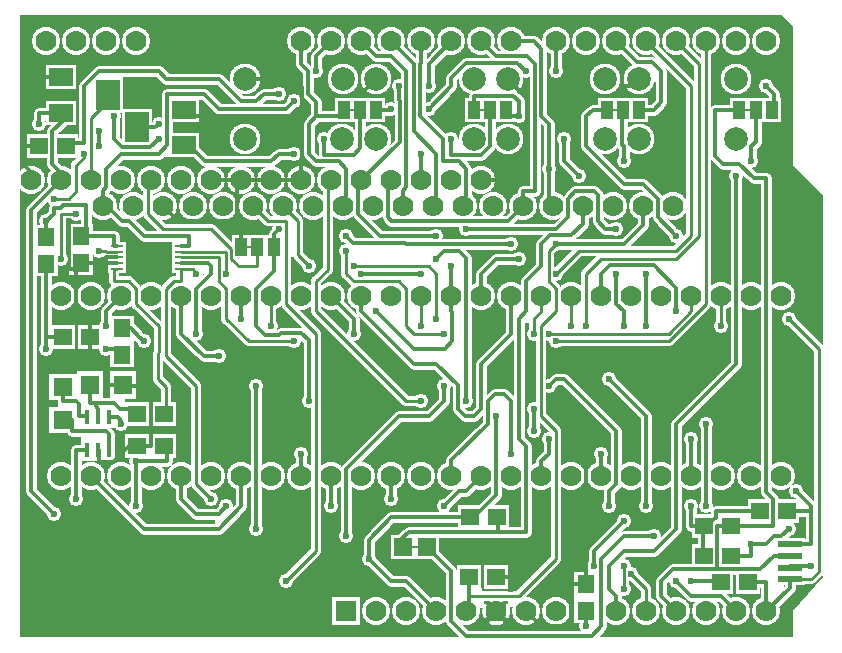
<source format=gbr>
G04 GERBER ASCII OUTPUT FROM: EDWINXP (VER. 1.61 REV. 20080315)*
G04 GERBER FORMAT: RX-274-X*
G04 BOARD: AMICUS_LCD_SHIELD*
G04 ARTWORK OF COMP.LAYERPOSITIVE SUPERIMPOSED ON NEGATIVE*
%ASAXBY*%
%FSLAX23Y23*%
%MIA0B0*%
%MOIN*%
%OFA0.0000B0.0000*%
%SFA1B1*%
%IJA0B0*%
%INLAYER2NEGPOS*%
%IOA0B0*%
%IPPOS*%
%IR0*%
G04 APERTURE MACROS*
%AMEDWDONUT*
1,1,$1,$2,$3*
1,0,$4,$2,$3*
%
%AMEDWFRECT*
20,1,$1,$2,$3,$4,$5,$6*
%
%AMEDWORECT*
20,1,$1,$2,$3,$4,$5,$10*
20,1,$1,$4,$5,$6,$7,$10*
20,1,$1,$6,$7,$8,$9,$10*
20,1,$1,$8,$9,$2,$3,$10*
1,1,$1,$2,$3*
1,1,$1,$4,$5*
1,1,$1,$6,$7*
1,1,$1,$8,$9*
%
%AMEDWLINER*
20,1,$1,$2,$3,$4,$5,$6*
1,1,$1,$2,$3*
1,1,$1,$4,$5*
%
%AMEDWFTRNG*
4,1,3,$1,$2,$3,$4,$5,$6,$7,$8,$9*
%
%AMEDWATRNG*
4,1,3,$1,$2,$3,$4,$5,$6,$7,$8,$9*
20,1,$11,$1,$2,$3,$4,$10*
20,1,$11,$3,$4,$5,$6,$10*
20,1,$11,$5,$6,$7,$8,$10*
1,1,$11,$3,$4*
1,1,$11,$5,$6*
1,1,$11,$7,$8*
%
%AMEDWOTRNG*
20,1,$1,$2,$3,$4,$5,$8*
20,1,$1,$4,$5,$6,$7,$8*
20,1,$1,$6,$7,$2,$3,$8*
1,1,$1,$2,$3*
1,1,$1,$4,$5*
1,1,$1,$6,$7*
%
G04*
G04 APERTURE LIST*
%ADD10R,0.0700X0.0650*%
%ADD11R,0.0940X0.0890*%
%ADD12R,0.0600X0.0550*%
%ADD13R,0.0840X0.0790*%
%ADD14R,0.06693X0.06693*%
%ADD15R,0.09093X0.09093*%
%ADD16R,0.05906X0.05906*%
%ADD17R,0.08306X0.08306*%
%ADD18R,0.04724X0.06693*%
%ADD19R,0.07124X0.09093*%
%ADD20R,0.03937X0.05906*%
%ADD21R,0.06337X0.08306*%
%ADD22R,0.08268X0.05945*%
%ADD23R,0.10668X0.08345*%
%ADD24R,0.07874X0.05906*%
%ADD25R,0.10274X0.08306*%
%ADD26R,0.08268X0.10236*%
%ADD27R,0.10668X0.12636*%
%ADD28R,0.07874X0.09843*%
%ADD29R,0.10274X0.12243*%
%ADD30R,0.08661X0.02756*%
%ADD31R,0.11061X0.05156*%
%ADD32R,0.07874X0.01969*%
%ADD33R,0.10274X0.04369*%
%ADD34R,0.0650X0.0700*%
%ADD35R,0.0890X0.0940*%
%ADD36R,0.0550X0.0600*%
%ADD37R,0.0790X0.0840*%
%ADD38R,0.0250X0.0600*%
%ADD39R,0.0490X0.0840*%
%ADD40R,0.0150X0.0500*%
%ADD41R,0.0390X0.0740*%
%ADD42R,0.04724X0.01378*%
%ADD43R,0.06299X0.02953*%
%ADD44R,0.04331X0.00984*%
%ADD45R,0.05906X0.02559*%
%ADD46R,0.0500X0.0580*%
%ADD47R,0.0740X0.0820*%
%ADD48R,0.0400X0.0480*%
%ADD49R,0.0640X0.0720*%
%ADD50R,0.07087X0.06693*%
%ADD51R,0.10236X0.09843*%
%ADD52R,0.06299X0.05906*%
%ADD53R,0.09449X0.09055*%
%ADD54R,0.06693X0.07087*%
%ADD55R,0.09843X0.10236*%
%ADD56R,0.05906X0.06299*%
%ADD57R,0.09055X0.09449*%
%ADD58R,0.0860X0.0860*%
%ADD59R,0.1100X0.1100*%
%ADD60R,0.0700X0.0700*%
%ADD61R,0.0940X0.0940*%
%ADD62C,0.00039*%
%ADD64C,0.00054*%
%ADD65R,0.00054X0.00054*%
%ADD66C,0.0010*%
%ADD68C,0.00112*%
%ADD69R,0.00112X0.00112*%
%ADD70C,0.00118*%
%ADD72C,0.00121*%
%ADD73R,0.00121X0.00121*%
%ADD74C,0.0020*%
%ADD75R,0.0020X0.0020*%
%ADD76C,0.0023*%
%ADD77R,0.0023X0.0023*%
%ADD78C,0.00236*%
%ADD80C,0.00238*%
%ADD81R,0.00238X0.00238*%
%ADD82C,0.00288*%
%ADD83R,0.00288X0.00288*%
%ADD84C,0.0030*%
%ADD85R,0.0030X0.0030*%
%ADD86C,0.00355*%
%ADD87R,0.00355X0.00355*%
%ADD88C,0.00394*%
%ADD90C,0.0040*%
%ADD91R,0.0040X0.0040*%
%ADD92C,0.00406*%
%ADD93R,0.00406X0.00406*%
%ADD94C,0.00464*%
%ADD95R,0.00464X0.00464*%
%ADD96C,0.00472*%
%ADD98C,0.0050*%
%ADD99R,0.0050X0.0050*%
%ADD100C,0.00512*%
%ADD101R,0.00512X0.00512*%
%ADD102C,0.00523*%
%ADD103R,0.00523X0.00523*%
%ADD104C,0.00581*%
%ADD105R,0.00581X0.00581*%
%ADD106C,0.00589*%
%ADD107R,0.00589X0.00589*%
%ADD108C,0.00591*%
%ADD109R,0.00591X0.00591*%
%ADD110C,0.0064*%
%ADD111R,0.0064X0.0064*%
%ADD112C,0.00647*%
%ADD113R,0.00647X0.00647*%
%ADD114C,0.00659*%
%ADD115R,0.00659X0.00659*%
%ADD116C,0.00669*%
%ADD118C,0.00704*%
%ADD119R,0.00704X0.00704*%
%ADD120C,0.00706*%
%ADD121R,0.00706X0.00706*%
%ADD122C,0.00764*%
%ADD123R,0.00764X0.00764*%
%ADD124C,0.00787*%
%ADD125R,0.00787X0.00787*%
%ADD126C,0.00799*%
%ADD128C,0.0080*%
%ADD130C,0.00821*%
%ADD131R,0.00821X0.00821*%
%ADD132C,0.00823*%
%ADD133R,0.00823X0.00823*%
%ADD134C,0.00866*%
%ADD136C,0.00875*%
%ADD137R,0.00875X0.00875*%
%ADD138C,0.00881*%
%ADD139R,0.00881X0.00881*%
%ADD140C,0.0090*%
%ADD141R,0.0090X0.0090*%
%ADD142C,0.00939*%
%ADD143R,0.00939X0.00939*%
%ADD144C,0.00975*%
%ADD145R,0.00975X0.00975*%
%ADD146C,0.00984*%
%ADD147R,0.00984X0.00984*%
%ADD148C,0.00992*%
%ADD149R,0.00992X0.00992*%
%ADD150C,0.00993*%
%ADD151R,0.00993X0.00993*%
%ADD152C,0.0100*%
%ADD153R,0.0100X0.0100*%
%ADD154C,0.01051*%
%ADD155R,0.01051X0.01051*%
%ADD156C,0.01052*%
%ADD157R,0.01052X0.01052*%
%ADD158C,0.01056*%
%ADD159R,0.01056X0.01056*%
%ADD160C,0.01109*%
%ADD161R,0.01109X0.01109*%
%ADD162C,0.01111*%
%ADD163R,0.01111X0.01111*%
%ADD164C,0.01168*%
%ADD165R,0.01168X0.01168*%
%ADD166C,0.01181*%
%ADD168C,0.0120*%
%ADD170C,0.0120*%
%ADD172C,0.01227*%
%ADD173R,0.01227X0.01227*%
%ADD174C,0.01227*%
%ADD175R,0.01227X0.01227*%
%ADD176C,0.01231*%
%ADD177R,0.01231X0.01231*%
%ADD178C,0.01285*%
%ADD179R,0.01285X0.01285*%
%ADD180C,0.01291*%
%ADD181R,0.01291X0.01291*%
%ADD182C,0.0130*%
%ADD184C,0.01344*%
%ADD185R,0.01344X0.01344*%
%ADD186C,0.01345*%
%ADD187R,0.01345X0.01345*%
%ADD188C,0.01349*%
%ADD189R,0.01349X0.01349*%
%ADD190C,0.01402*%
%ADD191R,0.01402X0.01402*%
%ADD192C,0.01403*%
%ADD193R,0.01403X0.01403*%
%ADD194C,0.01408*%
%ADD195R,0.01408X0.01408*%
%ADD196C,0.01461*%
%ADD197R,0.01461X0.01461*%
%ADD198C,0.01467*%
%ADD199R,0.01467X0.01467*%
%ADD200C,0.0150*%
%ADD201R,0.0150X0.0150*%
%ADD202C,0.01502*%
%ADD203R,0.01502X0.01502*%
%ADD204C,0.01519*%
%ADD205R,0.01519X0.01519*%
%ADD206C,0.01575*%
%ADD208C,0.01577*%
%ADD209R,0.01577X0.01577*%
%ADD210C,0.01579*%
%ADD211R,0.01579X0.01579*%
%ADD212C,0.01584*%
%ADD213R,0.01584X0.01584*%
%ADD214C,0.01636*%
%ADD215R,0.01636X0.01636*%
%ADD216C,0.01637*%
%ADD217R,0.01637X0.01637*%
%ADD218C,0.01694*%
%ADD219R,0.01694X0.01694*%
%ADD220C,0.01701*%
%ADD221R,0.01701X0.01701*%
%ADD222C,0.01753*%
%ADD223R,0.01753X0.01753*%
%ADD224C,0.0176*%
%ADD225R,0.0176X0.0176*%
%ADD226C,0.01816*%
%ADD227R,0.01816X0.01816*%
%ADD228C,0.0187*%
%ADD229R,0.0187X0.0187*%
%ADD230C,0.01877*%
%ADD231R,0.01877X0.01877*%
%ADD232C,0.01928*%
%ADD233R,0.01928X0.01928*%
%ADD234C,0.01969*%
%ADD235R,0.01969X0.01969*%
%ADD236C,0.01971*%
%ADD237R,0.01971X0.01971*%
%ADD238C,0.01994*%
%ADD239R,0.01994X0.01994*%
%ADD240C,0.02045*%
%ADD241R,0.02045X0.02045*%
%ADD242C,0.02046*%
%ADD243R,0.02046X0.02046*%
%ADD244C,0.02053*%
%ADD245R,0.02053X0.02053*%
%ADD246C,0.02105*%
%ADD247R,0.02105X0.02105*%
%ADD248C,0.0217*%
%ADD249R,0.0217X0.0217*%
%ADD250C,0.0222*%
%ADD251R,0.0222X0.0222*%
%ADD252C,0.02229*%
%ADD253R,0.02229X0.02229*%
%ADD254C,0.02279*%
%ADD255R,0.02279X0.02279*%
%ADD256C,0.02337*%
%ADD257R,0.02337X0.02337*%
%ADD258C,0.02339*%
%ADD259R,0.02339X0.02339*%
%ADD260C,0.02362*%
%ADD261R,0.02362X0.02362*%
%ADD262C,0.02395*%
%ADD263R,0.02395X0.02395*%
%ADD264C,0.0240*%
%ADD265R,0.0240X0.0240*%
%ADD266C,0.0240*%
%ADD267R,0.0240X0.0240*%
%ADD268C,0.02405*%
%ADD269R,0.02405X0.02405*%
%ADD270C,0.02464*%
%ADD271R,0.02464X0.02464*%
%ADD272C,0.0250*%
%ADD273R,0.0250X0.0250*%
%ADD274C,0.02512*%
%ADD275R,0.02512X0.02512*%
%ADD276C,0.02581*%
%ADD277R,0.02581X0.02581*%
%ADD278C,0.02629*%
%ADD279R,0.02629X0.02629*%
%ADD280C,0.02631*%
%ADD281R,0.02631X0.02631*%
%ADD282C,0.02636*%
%ADD284C,0.0264*%
%ADD285R,0.0264X0.0264*%
%ADD286C,0.02688*%
%ADD287R,0.02688X0.02688*%
%ADD288C,0.02698*%
%ADD289R,0.02698X0.02698*%
%ADD290C,0.02746*%
%ADD291R,0.02746X0.02746*%
%ADD292C,0.02794*%
%ADD294C,0.02804*%
%ADD295R,0.02804X0.02804*%
%ADD296C,0.02816*%
%ADD297R,0.02816X0.02816*%
%ADD298C,0.02863*%
%ADD299R,0.02863X0.02863*%
%ADD300C,0.02874*%
%ADD301R,0.02874X0.02874*%
%ADD302C,0.0290*%
%ADD304C,0.02923*%
%ADD305R,0.02923X0.02923*%
%ADD306C,0.02933*%
%ADD307R,0.02933X0.02933*%
%ADD308C,0.02991*%
%ADD309R,0.02991X0.02991*%
%ADD310C,0.02992*%
%ADD311R,0.02992X0.02992*%
%ADD312C,0.0300*%
%ADD313R,0.0300X0.0300*%
%ADD314C,0.03038*%
%ADD315R,0.03038X0.03038*%
%ADD316C,0.0304*%
%ADD317R,0.0304X0.0304*%
%ADD318C,0.03046*%
%ADD319R,0.03046X0.03046*%
%ADD320C,0.0305*%
%ADD321R,0.0305X0.0305*%
%ADD322C,0.03059*%
%ADD323R,0.03059X0.03059*%
%ADD324C,0.03069*%
%ADD325R,0.03069X0.03069*%
%ADD326C,0.03097*%
%ADD327R,0.03097X0.03097*%
%ADD328C,0.03099*%
%ADD329R,0.03099X0.03099*%
%ADD330C,0.03104*%
%ADD331R,0.03104X0.03104*%
%ADD332C,0.0315*%
%ADD333R,0.0315X0.0315*%
%ADD334C,0.03199*%
%ADD335R,0.03199X0.03199*%
%ADD336C,0.0320*%
%ADD337R,0.0320X0.0320*%
%ADD338C,0.03226*%
%ADD339R,0.03226X0.03226*%
%ADD340C,0.03266*%
%ADD342C,0.03274*%
%ADD343R,0.03274X0.03274*%
%ADD344C,0.03285*%
%ADD345R,0.03285X0.03285*%
%ADD346C,0.0333*%
%ADD347R,0.0333X0.0333*%
%ADD348C,0.03332*%
%ADD349R,0.03332X0.03332*%
%ADD350C,0.03344*%
%ADD351R,0.03344X0.03344*%
%ADD352C,0.03375*%
%ADD353R,0.03375X0.03375*%
%ADD354C,0.03391*%
%ADD355R,0.03391X0.03391*%
%ADD356C,0.03393*%
%ADD357R,0.03393X0.03393*%
%ADD358C,0.03402*%
%ADD359R,0.03402X0.03402*%
%ADD360C,0.03447*%
%ADD361R,0.03447X0.03447*%
%ADD362C,0.03452*%
%ADD363R,0.03452X0.03452*%
%ADD364C,0.03464*%
%ADD365R,0.03464X0.03464*%
%ADD366C,0.0350*%
%ADD367R,0.0350X0.0350*%
%ADD368C,0.03506*%
%ADD369R,0.03506X0.03506*%
%ADD370C,0.03511*%
%ADD371R,0.03511X0.03511*%
%ADD372C,0.0352*%
%ADD373R,0.0352X0.0352*%
%ADD374C,0.03581*%
%ADD376C,0.0360*%
%ADD377R,0.0360X0.0360*%
%ADD378C,0.03627*%
%ADD379R,0.03627X0.03627*%
%ADD380C,0.03637*%
%ADD381R,0.03637X0.03637*%
%ADD382C,0.03691*%
%ADD383R,0.03691X0.03691*%
%ADD384C,0.03696*%
%ADD385R,0.03696X0.03696*%
%ADD386C,0.0370*%
%ADD388C,0.03745*%
%ADD389R,0.03745X0.03745*%
%ADD390C,0.03749*%
%ADD391R,0.03749X0.03749*%
%ADD392C,0.03754*%
%ADD393R,0.03754X0.03754*%
%ADD394C,0.0380*%
%ADD395R,0.0380X0.0380*%
%ADD396C,0.03802*%
%ADD397R,0.03802X0.03802*%
%ADD398C,0.03808*%
%ADD399R,0.03808X0.03808*%
%ADD400C,0.03861*%
%ADD401R,0.03861X0.03861*%
%ADD402C,0.03867*%
%ADD403R,0.03867X0.03867*%
%ADD404C,0.03872*%
%ADD405R,0.03872X0.03872*%
%ADD406C,0.0390*%
%ADD407R,0.0390X0.0390*%
%ADD408C,0.03902*%
%ADD409R,0.03902X0.03902*%
%ADD410C,0.03919*%
%ADD411R,0.03919X0.03919*%
%ADD412C,0.0393*%
%ADD413R,0.0393X0.0393*%
%ADD414C,0.03937*%
%ADD415R,0.03937X0.03937*%
%ADD416C,0.03973*%
%ADD417R,0.03973X0.03973*%
%ADD418C,0.03977*%
%ADD419R,0.03977X0.03977*%
%ADD420C,0.03984*%
%ADD421R,0.03984X0.03984*%
%ADD422C,0.03989*%
%ADD423R,0.03989X0.03989*%
%ADD424C,0.0400*%
%ADD425R,0.0400X0.0400*%
%ADD426C,0.04031*%
%ADD427R,0.04031X0.04031*%
%ADD428C,0.04036*%
%ADD429R,0.04036X0.04036*%
%ADD430C,0.04048*%
%ADD431R,0.04048X0.04048*%
%ADD432C,0.04094*%
%ADD433R,0.04094X0.04094*%
%ADD434C,0.04101*%
%ADD435R,0.04101X0.04101*%
%ADD436C,0.04106*%
%ADD437R,0.04106X0.04106*%
%ADD438C,0.04153*%
%ADD439R,0.04153X0.04153*%
%ADD440C,0.0416*%
%ADD441R,0.0416X0.0416*%
%ADD442C,0.04165*%
%ADD443R,0.04165X0.04165*%
%ADD444C,0.04173*%
%ADD445R,0.04173X0.04173*%
%ADD446C,0.0427*%
%ADD447R,0.0427X0.0427*%
%ADD448C,0.04277*%
%ADD449R,0.04277X0.04277*%
%ADD450C,0.04328*%
%ADD451R,0.04328X0.04328*%
%ADD452C,0.04341*%
%ADD453R,0.04341X0.04341*%
%ADD454C,0.04371*%
%ADD455R,0.04371X0.04371*%
%ADD456C,0.04394*%
%ADD457R,0.04394X0.04394*%
%ADD458C,0.0440*%
%ADD459R,0.0440X0.0440*%
%ADD460C,0.0444*%
%ADD461R,0.0444X0.0444*%
%ADD462C,0.04443*%
%ADD463R,0.04443X0.04443*%
%ADD464C,0.04445*%
%ADD465R,0.04445X0.04445*%
%ADD466C,0.04446*%
%ADD467R,0.04446X0.04446*%
%ADD468C,0.04453*%
%ADD469R,0.04453X0.04453*%
%ADD470C,0.04458*%
%ADD471R,0.04458X0.04458*%
%ADD472C,0.04499*%
%ADD473R,0.04499X0.04499*%
%ADD474C,0.0450*%
%ADD475R,0.0450X0.0450*%
%ADD476C,0.04505*%
%ADD477R,0.04505X0.04505*%
%ADD478C,0.04517*%
%ADD479R,0.04517X0.04517*%
%ADD480C,0.04557*%
%ADD481R,0.04557X0.04557*%
%ADD482C,0.0457*%
%ADD483R,0.0457X0.0457*%
%ADD484C,0.04576*%
%ADD485R,0.04576X0.04576*%
%ADD486C,0.0462*%
%ADD487R,0.0462X0.0462*%
%ADD488C,0.04629*%
%ADD489R,0.04629X0.04629*%
%ADD490C,0.04634*%
%ADD491R,0.04634X0.04634*%
%ADD492C,0.04679*%
%ADD493R,0.04679X0.04679*%
%ADD494C,0.04693*%
%ADD495R,0.04693X0.04693*%
%ADD496C,0.0470*%
%ADD497R,0.0470X0.0470*%
%ADD498C,0.04724*%
%ADD499R,0.04724X0.04724*%
%ADD500C,0.04737*%
%ADD501R,0.04737X0.04737*%
%ADD502C,0.04739*%
%ADD503R,0.04739X0.04739*%
%ADD504C,0.04762*%
%ADD505R,0.04762X0.04762*%
%ADD506C,0.04795*%
%ADD507R,0.04795X0.04795*%
%ADD508C,0.04805*%
%ADD509R,0.04805X0.04805*%
%ADD510C,0.0481*%
%ADD511R,0.0481X0.0481*%
%ADD512C,0.04864*%
%ADD513R,0.04864X0.04864*%
%ADD514C,0.04869*%
%ADD515R,0.04869X0.04869*%
%ADD516C,0.0490*%
%ADD517R,0.0490X0.0490*%
%ADD518C,0.04911*%
%ADD519R,0.04911X0.04911*%
%ADD520C,0.04912*%
%ADD521R,0.04912X0.04912*%
%ADD522C,0.04928*%
%ADD523R,0.04928X0.04928*%
%ADD524C,0.04966*%
%ADD525R,0.04966X0.04966*%
%ADD526C,0.04981*%
%ADD527R,0.04981X0.04981*%
%ADD528C,0.0500*%
%ADD529R,0.0500X0.0500*%
%ADD530C,0.05028*%
%ADD531R,0.05028X0.05028*%
%ADD532C,0.05029*%
%ADD533R,0.05029X0.05029*%
%ADD534C,0.05031*%
%ADD535R,0.05031X0.05031*%
%ADD536C,0.0504*%
%ADD537R,0.0504X0.0504*%
%ADD538C,0.05045*%
%ADD539R,0.05045X0.05045*%
%ADD540C,0.05083*%
%ADD541R,0.05083X0.05083*%
%ADD542C,0.05086*%
%ADD543R,0.05086X0.05086*%
%ADD544C,0.05088*%
%ADD545R,0.05088X0.05088*%
%ADD546C,0.05098*%
%ADD547R,0.05098X0.05098*%
%ADD548C,0.05118*%
%ADD549R,0.05118X0.05118*%
%ADD550C,0.05146*%
%ADD551R,0.05146X0.05146*%
%ADD552C,0.05204*%
%ADD553R,0.05204X0.05204*%
%ADD554C,0.05216*%
%ADD555R,0.05216X0.05216*%
%ADD556C,0.05221*%
%ADD557R,0.05221X0.05221*%
%ADD558C,0.05263*%
%ADD559R,0.05263X0.05263*%
%ADD560C,0.05274*%
%ADD561R,0.05274X0.05274*%
%ADD562C,0.0528*%
%ADD563R,0.0528X0.0528*%
%ADD564C,0.05317*%
%ADD565R,0.05317X0.05317*%
%ADD566C,0.0532*%
%ADD567R,0.0532X0.0532*%
%ADD568C,0.05323*%
%ADD569R,0.05323X0.05323*%
%ADD570C,0.05333*%
%ADD571R,0.05333X0.05333*%
%ADD572C,0.05392*%
%ADD573R,0.05392X0.05392*%
%ADD574C,0.05397*%
%ADD575R,0.05397X0.05397*%
%ADD576C,0.05434*%
%ADD577R,0.05434X0.05434*%
%ADD578C,0.05438*%
%ADD579R,0.05438X0.05438*%
%ADD580C,0.0544*%
%ADD581R,0.0544X0.0544*%
%ADD582C,0.05446*%
%ADD583R,0.05446X0.05446*%
%ADD584C,0.0545*%
%ADD585R,0.0545X0.0545*%
%ADD586C,0.05497*%
%ADD587R,0.05497X0.05497*%
%ADD588C,0.05499*%
%ADD589R,0.05499X0.05499*%
%ADD590C,0.0550*%
%ADD591R,0.0550X0.0550*%
%ADD592C,0.05514*%
%ADD593R,0.05514X0.05514*%
%ADD594C,0.0555*%
%ADD595R,0.0555X0.0555*%
%ADD596C,0.05573*%
%ADD597R,0.05573X0.05573*%
%ADD598C,0.0560*%
%ADD599R,0.0560X0.0560*%
%ADD600C,0.05626*%
%ADD601R,0.05626X0.05626*%
%ADD602C,0.05631*%
%ADD603R,0.05631X0.05631*%
%ADD604C,0.05674*%
%ADD605R,0.05674X0.05674*%
%ADD606C,0.05685*%
%ADD607R,0.05685X0.05685*%
%ADD608C,0.0570*%
%ADD609R,0.0570X0.0570*%
%ADD610C,0.0573*%
%ADD611R,0.0573X0.0573*%
%ADD612C,0.05732*%
%ADD613R,0.05732X0.05732*%
%ADD614C,0.05744*%
%ADD615R,0.05744X0.05744*%
%ADD616C,0.05749*%
%ADD617R,0.05749X0.05749*%
%ADD618C,0.05791*%
%ADD619R,0.05791X0.05791*%
%ADD620C,0.05802*%
%ADD621R,0.05802X0.05802*%
%ADD622C,0.05807*%
%ADD623R,0.05807X0.05807*%
%ADD624C,0.05847*%
%ADD625R,0.05847X0.05847*%
%ADD626C,0.05864*%
%ADD627R,0.05864X0.05864*%
%ADD628C,0.05866*%
%ADD629R,0.05866X0.05866*%
%ADD630C,0.0590*%
%ADD631R,0.0590X0.0590*%
%ADD632C,0.05906*%
%ADD633R,0.05906X0.05906*%
%ADD634C,0.0592*%
%ADD635R,0.0592X0.0592*%
%ADD636C,0.05945*%
%ADD637R,0.05945X0.05945*%
%ADD638C,0.0600*%
%ADD639R,0.0600X0.0600*%
%ADD640C,0.06018*%
%ADD641R,0.06018X0.06018*%
%ADD642C,0.06037*%
%ADD643R,0.06037X0.06037*%
%ADD644C,0.06076*%
%ADD645R,0.06076X0.06076*%
%ADD646C,0.06096*%
%ADD647R,0.06096X0.06096*%
%ADD648C,0.06101*%
%ADD649R,0.06101X0.06101*%
%ADD650C,0.06154*%
%ADD651R,0.06154X0.06154*%
%ADD652C,0.06159*%
%ADD653R,0.06159X0.06159*%
%ADD654C,0.0620*%
%ADD655R,0.0620X0.0620*%
%ADD656C,0.0620*%
%ADD657R,0.0620X0.0620*%
%ADD658C,0.06201*%
%ADD659R,0.06201X0.06201*%
%ADD660C,0.06272*%
%ADD661R,0.06272X0.06272*%
%ADD662C,0.06299*%
%ADD663R,0.06299X0.06299*%
%ADD664C,0.0633*%
%ADD665R,0.0633X0.0633*%
%ADD666C,0.06335*%
%ADD667R,0.06335X0.06335*%
%ADD668C,0.06337*%
%ADD669R,0.06337X0.06337*%
%ADD670C,0.06373*%
%ADD671R,0.06373X0.06373*%
%ADD672C,0.06389*%
%ADD673R,0.06389X0.06389*%
%ADD674C,0.06394*%
%ADD675R,0.06394X0.06394*%
%ADD676C,0.06427*%
%ADD677R,0.06427X0.06427*%
%ADD678C,0.06431*%
%ADD679R,0.06431X0.06431*%
%ADD680C,0.06448*%
%ADD681R,0.06448X0.06448*%
%ADD682C,0.06453*%
%ADD683R,0.06453X0.06453*%
%ADD684C,0.0650*%
%ADD685R,0.0650X0.0650*%
%ADD686C,0.06506*%
%ADD687R,0.06506X0.06506*%
%ADD688C,0.06565*%
%ADD689R,0.06565X0.06565*%
%ADD690C,0.06687*%
%ADD691R,0.06687X0.06687*%
%ADD692C,0.06693*%
%ADD693R,0.06693X0.06693*%
%ADD694C,0.06741*%
%ADD695R,0.06741X0.06741*%
%ADD696C,0.0680*%
%ADD697R,0.0680X0.0680*%
%ADD698C,0.06805*%
%ADD699R,0.06805X0.06805*%
%ADD700C,0.0684*%
%ADD701R,0.0684X0.0684*%
%ADD702C,0.0684*%
%ADD703R,0.0684X0.0684*%
%ADD704C,0.06843*%
%ADD705R,0.06843X0.06843*%
%ADD706C,0.06858*%
%ADD707R,0.06858X0.06858*%
%ADD708C,0.06863*%
%ADD709R,0.06863X0.06863*%
%ADD710C,0.06899*%
%ADD711R,0.06899X0.06899*%
%ADD712C,0.0690*%
%ADD713R,0.0690X0.0690*%
%ADD714C,0.06906*%
%ADD715R,0.06906X0.06906*%
%ADD716C,0.06917*%
%ADD717R,0.06917X0.06917*%
%ADD718C,0.06957*%
%ADD719R,0.06957X0.06957*%
%ADD720C,0.06976*%
%ADD721R,0.06976X0.06976*%
%ADD722C,0.06981*%
%ADD723R,0.06981X0.06981*%
%ADD724C,0.0700*%
%ADD725R,0.0700X0.0700*%
%ADD726C,0.07034*%
%ADD727R,0.07034X0.07034*%
%ADD728C,0.07039*%
%ADD729R,0.07039X0.07039*%
%ADD730C,0.07093*%
%ADD731R,0.07093X0.07093*%
%ADD732C,0.07098*%
%ADD733R,0.07098X0.07098*%
%ADD734C,0.0710*%
%ADD735R,0.0710X0.0710*%
%ADD736C,0.07124*%
%ADD737R,0.07124X0.07124*%
%ADD738C,0.0721*%
%ADD739R,0.0721X0.0721*%
%ADD740C,0.07215*%
%ADD741R,0.07215X0.07215*%
%ADD742C,0.07245*%
%ADD743R,0.07245X0.07245*%
%ADD744C,0.07269*%
%ADD745R,0.07269X0.07269*%
%ADD746C,0.07311*%
%ADD747R,0.07311X0.07311*%
%ADD748C,0.07328*%
%ADD749R,0.07328X0.07328*%
%ADD750C,0.07366*%
%ADD751R,0.07366X0.07366*%
%ADD752C,0.0740*%
%ADD753R,0.0740X0.0740*%
%ADD754C,0.07428*%
%ADD755R,0.07428X0.07428*%
%ADD756C,0.07445*%
%ADD757R,0.07445X0.07445*%
%ADD758C,0.0745*%
%ADD759R,0.0745X0.0745*%
%ADD760C,0.07483*%
%ADD761R,0.07483X0.07483*%
%ADD762C,0.07486*%
%ADD763R,0.07486X0.07486*%
%ADD764C,0.0750*%
%ADD765R,0.0750X0.0750*%
%ADD766C,0.07598*%
%ADD768C,0.0760*%
%ADD770C,0.07621*%
%ADD771R,0.07621X0.07621*%
%ADD772C,0.0768*%
%ADD773R,0.0768X0.0768*%
%ADD774C,0.07717*%
%ADD775R,0.07717X0.07717*%
%ADD776C,0.0772*%
%ADD777R,0.0772X0.0772*%
%ADD778C,0.07797*%
%ADD779R,0.07797X0.07797*%
%ADD780C,0.07834*%
%ADD781R,0.07834X0.07834*%
%ADD782C,0.07874*%
%ADD783R,0.07874X0.07874*%
%ADD784C,0.0790*%
%ADD785R,0.0790X0.0790*%
%ADD786C,0.07914*%
%ADD787R,0.07914X0.07914*%
%ADD788C,0.07951*%
%ADD789R,0.07951X0.07951*%
%ADD790C,0.07973*%
%ADD791R,0.07973X0.07973*%
%ADD792C,0.07978*%
%ADD793R,0.07978X0.07978*%
%ADD794C,0.0800*%
%ADD795R,0.0800X0.0800*%
%ADD796C,0.08004*%
%ADD797R,0.08004X0.08004*%
%ADD798C,0.08031*%
%ADD799R,0.08031X0.08031*%
%ADD800C,0.08068*%
%ADD801R,0.08068X0.08068*%
%ADD802C,0.0810*%
%ADD803R,0.0810X0.0810*%
%ADD804C,0.08149*%
%ADD805R,0.08149X0.08149*%
%ADD806C,0.08207*%
%ADD807R,0.08207X0.08207*%
%ADD808C,0.08266*%
%ADD809R,0.08266X0.08266*%
%ADD810C,0.08268*%
%ADD811R,0.08268X0.08268*%
%ADD812C,0.08296*%
%ADD813R,0.08296X0.08296*%
%ADD814C,0.08306*%
%ADD815R,0.08306X0.08306*%
%ADD816C,0.08345*%
%ADD817R,0.08345X0.08345*%
%ADD818C,0.0840*%
%ADD819R,0.0840X0.0840*%
%ADD820C,0.08418*%
%ADD821R,0.08418X0.08418*%
%ADD822C,0.08476*%
%ADD823R,0.08476X0.08476*%
%ADD824C,0.08501*%
%ADD825R,0.08501X0.08501*%
%ADD826C,0.08559*%
%ADD827R,0.08559X0.08559*%
%ADD828C,0.08598*%
%ADD830C,0.0860*%
%ADD831R,0.0860X0.0860*%
%ADD832C,0.08601*%
%ADD833R,0.08601X0.08601*%
%ADD834C,0.08661*%
%ADD835R,0.08661X0.08661*%
%ADD836C,0.08682*%
%ADD837R,0.08682X0.08682*%
%ADD838C,0.0870*%
%ADD839R,0.0870X0.0870*%
%ADD840C,0.08735*%
%ADD841R,0.08735X0.08735*%
%ADD842C,0.08794*%
%ADD843R,0.08794X0.08794*%
%ADD844C,0.08827*%
%ADD845R,0.08827X0.08827*%
%ADD846C,0.08853*%
%ADD847R,0.08853X0.08853*%
%ADD848C,0.08858*%
%ADD849R,0.08858X0.08858*%
%ADD850C,0.0890*%
%ADD851R,0.0890X0.0890*%
%ADD852C,0.08917*%
%ADD853R,0.08917X0.08917*%
%ADD854C,0.0900*%
%ADD855R,0.0900X0.0900*%
%ADD856C,0.09087*%
%ADD857R,0.09087X0.09087*%
%ADD858C,0.09093*%
%ADD859R,0.09093X0.09093*%
%ADD860C,0.09205*%
%ADD861R,0.09205X0.09205*%
%ADD862C,0.09231*%
%ADD863R,0.09231X0.09231*%
%ADD864C,0.0924*%
%ADD865R,0.0924X0.0924*%
%ADD866C,0.09263*%
%ADD867R,0.09263X0.09263*%
%ADD868C,0.09381*%
%ADD869R,0.09381X0.09381*%
%ADD870C,0.09386*%
%ADD871R,0.09386X0.09386*%
%ADD872C,0.0940*%
%ADD873R,0.0940X0.0940*%
%ADD874C,0.09439*%
%ADD875R,0.09439X0.09439*%
%ADD876C,0.09449*%
%ADD877R,0.09449X0.09449*%
%ADD878C,0.09498*%
%ADD879R,0.09498X0.09498*%
%ADD880C,0.09615*%
%ADD881R,0.09615X0.09615*%
%ADD882C,0.09645*%
%ADD883R,0.09645X0.09645*%
%ADD884C,0.0970*%
%ADD885R,0.0970X0.0970*%
%ADD886C,0.09843*%
%ADD887R,0.09843X0.09843*%
%ADD888C,0.0985*%
%ADD889R,0.0985X0.0985*%
%ADD890C,0.0990*%
%ADD891R,0.0990X0.0990*%
%ADD892C,0.09997*%
%ADD893R,0.09997X0.09997*%
%ADD894C,0.09998*%
%ADD896C,0.1000*%
%ADD897R,0.1000X0.1000*%
%ADD898C,0.1009*%
%ADD899R,0.1009X0.1009*%
%ADD900C,0.10236*%
%ADD901R,0.10236X0.10236*%
%ADD902C,0.10274*%
%ADD903R,0.10274X0.10274*%
%ADD904C,0.10351*%
%ADD905R,0.10351X0.10351*%
%ADD906C,0.10378*%
%ADD907R,0.10378X0.10378*%
%ADD908C,0.1040*%
%ADD909R,0.1040X0.1040*%
%ADD910C,0.10404*%
%ADD911R,0.10404X0.10404*%
%ADD912C,0.10468*%
%ADD913R,0.10468X0.10468*%
%ADD914C,0.10518*%
%ADD915R,0.10518X0.10518*%
%ADD916C,0.10668*%
%ADD917R,0.10668X0.10668*%
%ADD918C,0.10676*%
%ADD919R,0.10676X0.10676*%
%ADD920C,0.10696*%
%ADD921R,0.10696X0.10696*%
%ADD922C,0.10735*%
%ADD923R,0.10735X0.10735*%
%ADD924C,0.10816*%
%ADD925R,0.10816X0.10816*%
%ADD926C,0.10911*%
%ADD927R,0.10911X0.10911*%
%ADD928C,0.10998*%
%ADD930C,0.1100*%
%ADD931R,0.1100X0.1100*%
%ADD932C,0.11061*%
%ADD933R,0.11061X0.11061*%
%ADD934C,0.11082*%
%ADD935R,0.11082X0.11082*%
%ADD936C,0.1110*%
%ADD937R,0.1110X0.1110*%
%ADD938C,0.1120*%
%ADD939R,0.1120X0.1120*%
%ADD940C,0.11258*%
%ADD941R,0.11258X0.11258*%
%ADD942C,0.11263*%
%ADD943R,0.11263X0.11263*%
%ADD944C,0.11317*%
%ADD945R,0.11317X0.11317*%
%ADD946C,0.1140*%
%ADD947R,0.1140X0.1140*%
%ADD948C,0.1150*%
%ADD949R,0.1150X0.1150*%
%ADD950C,0.1151*%
%ADD951R,0.1151X0.1151*%
%ADD952C,0.11556*%
%ADD953R,0.11556X0.11556*%
%ADD954C,0.11627*%
%ADD955R,0.11627X0.11627*%
%ADD956C,0.11631*%
%ADD957R,0.11631X0.11631*%
%ADD958C,0.11786*%
%ADD959R,0.11786X0.11786*%
%ADD960C,0.11791*%
%ADD961R,0.11791X0.11791*%
%ADD962C,0.11849*%
%ADD963R,0.11849X0.11849*%
%ADD964C,0.1200*%
%ADD965R,0.1200X0.1200*%
%ADD966C,0.1210*%
%ADD967R,0.1210X0.1210*%
%ADD968C,0.12202*%
%ADD969R,0.12202X0.12202*%
%ADD970C,0.12243*%
%ADD971R,0.12243X0.12243*%
%ADD972C,0.12397*%
%ADD973R,0.12397X0.12397*%
%ADD974C,0.1240*%
%ADD975R,0.1240X0.1240*%
%ADD976C,0.12436*%
%ADD977R,0.12436X0.12436*%
%ADD978C,0.1249*%
%ADD979R,0.1249X0.1249*%
%ADD980C,0.1250*%
%ADD981R,0.1250X0.1250*%
%ADD982C,0.12636*%
%ADD983R,0.12636X0.12636*%
%ADD984C,0.12918*%
%ADD985R,0.12918X0.12918*%
%ADD986C,0.12992*%
%ADD987R,0.12992X0.12992*%
%ADD988C,0.1300*%
%ADD989R,0.1300X0.1300*%
%ADD990C,0.13076*%
%ADD991R,0.13076X0.13076*%
%ADD992C,0.13135*%
%ADD993R,0.13135X0.13135*%
%ADD994C,0.13216*%
%ADD995R,0.13216X0.13216*%
%ADD996C,0.13311*%
%ADD997R,0.13311X0.13311*%
%ADD998C,0.1340*%
%ADD999R,0.1340X0.1340*%
G04*
%LNLLAYER2CPOURD*%
%LPD*%
G36*
X1600Y100D02*
X1575Y13D01*
X13Y13D01*
X13Y2088D01*
X2550Y2088D01*
X2588Y2050D01*
X2588Y1588D01*
X2688Y1488D01*
X2688Y213D01*
X2588Y100D01*
X2588Y13D01*
X1638Y13D01*
X1600Y100D01*
G37*
G36*
X1600Y100D02*
X1525Y13D01*
X1675Y13D01*
X1600Y100D01*
G37*
%LNLLAYER2CRELIEVEC*%
%LPC*%
G36*
X88Y1748D02*
X88Y1733D01*
X100Y1733D01*
X100Y1748D01*
X88Y1748D01*
G37*
G36*
X202Y1648D02*
X202Y1635D01*
X212Y1635D01*
X212Y1648D01*
X202Y1648D01*
G37*
G36*
X450Y1715D02*
X450Y1675D01*
X491Y1675D01*
X491Y1715D01*
X450Y1715D01*
G37*
G36*
X238Y1858D02*
X238Y1756D01*
X255Y1756D01*
X255Y1858D01*
X238Y1858D01*
G37*
G36*
X260Y1768D02*
X260Y1564D01*
X340Y1564D01*
X340Y1768D01*
X260Y1768D01*
G37*
G36*
X484Y1639D02*
X484Y1613D01*
X518Y1613D01*
X518Y1639D01*
X484Y1639D01*
G37*
G36*
X199Y1608D02*
X199Y1566D01*
X244Y1566D01*
X244Y1608D01*
X199Y1608D01*
G37*
G36*
X154Y1505D02*
X154Y1488D01*
X176Y1488D01*
X176Y1505D01*
X154Y1505D01*
G37*
G36*
X192Y1517D02*
X192Y1458D01*
X275Y1458D01*
X275Y1517D01*
X192Y1517D01*
G37*
G36*
X112Y1418D02*
X112Y1383D01*
X136Y1383D01*
X136Y1418D01*
X112Y1418D01*
G37*
G36*
X252Y1341D02*
X252Y1312D01*
X307Y1312D01*
X307Y1341D01*
X252Y1341D01*
G37*
G36*
X256Y1296D02*
X256Y1312D01*
X179Y1312D01*
X179Y1296D01*
X256Y1296D01*
G37*
G36*
X137Y1295D02*
X137Y1313D01*
X65Y1313D01*
X65Y1295D01*
X137Y1295D01*
G37*
G36*
X587Y1364D02*
X587Y1307D01*
X679Y1307D01*
X679Y1364D01*
X587Y1364D01*
G37*
G36*
X667Y1333D02*
X667Y1308D01*
X689Y1308D01*
X689Y1333D01*
X667Y1333D01*
G37*
G36*
X742Y1275D02*
X742Y1259D01*
X793Y1259D01*
X793Y1275D01*
X742Y1275D01*
G37*
G36*
X615Y1248D02*
X615Y1223D01*
X639Y1223D01*
X639Y1248D01*
X615Y1248D01*
G37*
G36*
X559Y1229D02*
X559Y1175D01*
X603Y1175D01*
X603Y1229D01*
X559Y1229D01*
G37*
G36*
X639Y1213D02*
X639Y1185D01*
X674Y1185D01*
X674Y1213D01*
X639Y1213D01*
G37*
G36*
X910Y1402D02*
X910Y1280D01*
X924Y1280D01*
X924Y1402D01*
X910Y1402D01*
G37*
G36*
X861Y1281D02*
X861Y1178D01*
X887Y1178D01*
X887Y1281D01*
X861Y1281D01*
G37*
G36*
X842Y1221D02*
X842Y1187D01*
X876Y1187D01*
X876Y1221D01*
X842Y1221D01*
G37*
G36*
X390Y1007D02*
X390Y1001D01*
X400Y1001D01*
X400Y1007D01*
X390Y1007D01*
G37*
G36*
X563Y1122D02*
X563Y1023D01*
X587Y1023D01*
X587Y1122D01*
X563Y1122D01*
G37*
G36*
X709Y1122D02*
X709Y1070D01*
X736Y1070D01*
X736Y1122D01*
X709Y1122D01*
G37*
G36*
X809Y1122D02*
X809Y1045D01*
X837Y1045D01*
X837Y1122D01*
X809Y1122D01*
G37*
G36*
X748Y1130D02*
X748Y1048D01*
X793Y1048D01*
X793Y1130D01*
X748Y1130D01*
G37*
G36*
X740Y1059D02*
X740Y1031D01*
X805Y1031D01*
X805Y1059D01*
X740Y1059D01*
G37*
G36*
X761Y1039D02*
X761Y1010D01*
X814Y1010D01*
X814Y1039D01*
X761Y1039D01*
G37*
G36*
X211Y816D02*
X211Y780D01*
X235Y780D01*
X235Y816D01*
X211Y816D01*
G37*
G36*
X155Y776D02*
X155Y805D01*
X139Y805D01*
X139Y776D01*
X155Y776D01*
G37*
G36*
X196Y739D02*
X196Y715D01*
X226Y715D01*
X226Y739D01*
X196Y739D01*
G37*
G36*
X351Y761D02*
X351Y747D01*
X367Y747D01*
X367Y761D01*
X351Y761D01*
G37*
G36*
X333Y816D02*
X333Y789D01*
X362Y789D01*
X362Y816D01*
X333Y816D01*
G37*
G36*
X457Y611D02*
X457Y644D01*
X441Y644D01*
X441Y611D01*
X457Y611D01*
G37*
G36*
X664Y415D02*
X664Y390D01*
X685Y390D01*
X685Y415D01*
X664Y415D01*
G37*
G36*
X1547Y432D02*
X1547Y378D01*
X1565Y378D01*
X1565Y432D01*
X1547Y432D01*
G37*
G36*
X1769Y613D02*
X1769Y581D01*
X1787Y581D01*
X1787Y613D01*
X1769Y613D01*
G37*
G36*
X1461Y183D02*
X1461Y132D01*
X1496Y132D01*
X1496Y183D01*
X1461Y183D01*
G37*
G36*
X1919Y65D02*
X1919Y44D01*
X1935Y44D01*
X1935Y65D01*
X1919Y65D01*
G37*
G36*
X1524Y177D02*
X1524Y162D01*
X1552Y162D01*
X1552Y177D01*
X1524Y177D01*
G37*
G36*
X1916Y224D02*
X1916Y241D01*
X1904Y241D01*
X1904Y224D01*
X1916Y224D01*
G37*
G36*
X1965Y162D02*
X1965Y131D01*
X1982Y131D01*
X1982Y162D01*
X1965Y162D01*
G37*
G36*
X1987Y258D02*
X1987Y169D01*
X2010Y169D01*
X2010Y258D01*
X1987Y258D01*
G37*
G36*
X2013Y340D02*
X2013Y308D01*
X2129Y308D01*
X2129Y340D01*
X2013Y340D01*
G37*
G36*
X2200Y231D02*
X2200Y196D01*
X2315Y196D01*
X2315Y231D01*
X2200Y231D01*
G37*
G36*
X2242Y188D02*
X2242Y161D01*
X2314Y161D01*
X2314Y188D01*
X2242Y188D01*
G37*
G36*
X2624Y237D02*
X2624Y219D01*
X2648Y219D01*
X2648Y237D01*
X2624Y237D01*
G37*
G36*
X2304Y349D02*
X2304Y318D01*
X2321Y318D01*
X2321Y349D01*
X2304Y349D01*
G37*
G36*
X2608Y468D02*
X2608Y446D01*
X2624Y446D01*
X2624Y468D01*
X2608Y468D01*
G37*
G36*
X2421Y422D02*
X2421Y399D01*
X2440Y399D01*
X2440Y422D01*
X2421Y422D01*
G37*
G36*
X2625Y313D02*
X2625Y266D01*
X2665Y266D01*
X2665Y313D01*
X2625Y313D01*
G37*
G36*
X2509Y268D02*
X2509Y139D01*
X2542Y139D01*
X2542Y268D01*
X2509Y268D01*
G37*
G36*
X2535Y206D02*
X2535Y158D01*
X2560Y158D01*
X2560Y206D01*
X2535Y206D01*
G37*
G36*
X2473Y333D02*
X2473Y283D01*
X2533Y283D01*
X2533Y333D01*
X2473Y333D01*
G37*
G36*
X2450Y317D02*
X2450Y260D01*
X2500Y260D01*
X2500Y317D01*
X2450Y317D01*
G37*
G36*
X2419Y291D02*
X2419Y251D01*
X2480Y251D01*
X2480Y291D01*
X2419Y291D01*
G37*
G36*
X2349Y370D02*
X2349Y295D01*
X2518Y295D01*
X2518Y370D01*
X2349Y370D01*
G37*
G36*
X2534Y398D02*
X2534Y356D01*
X2565Y356D01*
X2565Y398D01*
X2534Y398D01*
G37*
G36*
X2528Y376D02*
X2528Y359D01*
X2543Y359D01*
X2543Y376D01*
X2528Y376D01*
G37*
G36*
X2475Y255D02*
X2475Y207D01*
X2513Y207D01*
X2513Y255D01*
X2475Y255D01*
G37*
G36*
X2212Y1123D02*
X2212Y1094D01*
X2233Y1094D01*
X2233Y1123D01*
X2212Y1123D01*
G37*
G36*
X1963Y1229D02*
X1963Y1180D01*
X1986Y1180D01*
X1986Y1229D01*
X1963Y1229D01*
G37*
G36*
X1932Y1270D02*
X1932Y1230D01*
X1961Y1230D01*
X1961Y1270D01*
X1932Y1270D01*
G37*
G36*
X1907Y1239D02*
X1907Y1179D01*
X1938Y1179D01*
X1938Y1239D01*
X1907Y1239D01*
G37*
G36*
X1857Y1126D02*
X1857Y1035D01*
X1890Y1035D01*
X1890Y1126D01*
X1857Y1126D01*
G37*
G36*
X1794Y1129D02*
X1794Y1034D01*
X1843Y1034D01*
X1843Y1129D01*
X1794Y1129D01*
G37*
G36*
X1756Y1128D02*
X1756Y1038D01*
X1807Y1038D01*
X1807Y1128D01*
X1756Y1128D01*
G37*
G36*
X1707Y1136D02*
X1707Y1064D01*
X1760Y1064D01*
X1760Y1136D01*
X1707Y1136D01*
G37*
G36*
X1657Y1122D02*
X1657Y1062D01*
X1726Y1062D01*
X1726Y1122D01*
X1657Y1122D01*
G37*
G36*
X1733Y1239D02*
X1733Y1191D01*
X1766Y1191D01*
X1766Y1239D01*
X1733Y1239D01*
G37*
G36*
X1709Y1219D02*
X1709Y1181D01*
X1739Y1181D01*
X1739Y1219D01*
X1709Y1219D01*
G37*
G36*
X1764Y1328D02*
X1764Y1312D01*
X1778Y1312D01*
X1778Y1328D01*
X1764Y1328D01*
G37*
G36*
X2113Y1240D02*
X2113Y1180D01*
X2157Y1180D01*
X2157Y1240D01*
X2113Y1240D01*
G37*
G36*
X2035Y1123D02*
X2035Y1037D01*
X2085Y1037D01*
X2085Y1123D01*
X2035Y1123D01*
G37*
G36*
X2007Y1252D02*
X2007Y1180D01*
X2087Y1180D01*
X2087Y1252D01*
X2007Y1252D01*
G37*
G36*
X1905Y1130D02*
X1905Y1037D01*
X2014Y1037D01*
X2014Y1130D01*
X1905Y1130D01*
G37*
G36*
X2105Y1129D02*
X2105Y1032D01*
X2205Y1032D01*
X2205Y1129D01*
X2105Y1129D01*
G37*
G36*
X2251Y1338D02*
X2251Y1169D01*
X2285Y1169D01*
X2285Y1338D01*
X2251Y1338D01*
G37*
G36*
X2228Y1310D02*
X2228Y1182D01*
X2249Y1182D01*
X2249Y1310D01*
X2228Y1310D01*
G37*
G36*
X2242Y1317D02*
X2242Y1192D01*
X2253Y1192D01*
X2253Y1317D01*
X2242Y1317D01*
G37*
G36*
X2204Y1296D02*
X2204Y1175D01*
X2230Y1175D01*
X2230Y1296D01*
X2204Y1296D01*
G37*
G36*
X2136Y1279D02*
X2136Y1191D01*
X2217Y1191D01*
X2217Y1279D01*
X2136Y1279D01*
G37*
G36*
X1821Y1428D02*
X1821Y1380D01*
X1892Y1380D01*
X1892Y1428D01*
X1821Y1428D01*
G37*
G36*
X1811Y1393D02*
X1811Y1367D01*
X1853Y1367D01*
X1853Y1393D01*
X1811Y1393D01*
G37*
G36*
X2334Y1766D02*
X2334Y1599D01*
X2449Y1599D01*
X2449Y1766D01*
X2334Y1766D01*
G37*
G36*
X2105Y1914D02*
X2105Y1865D01*
X2138Y1865D01*
X2138Y1914D01*
X2105Y1914D01*
G37*
G36*
X1676Y1993D02*
X1676Y1943D01*
X1740Y1943D01*
X1740Y1993D01*
X1676Y1993D01*
G37*
G36*
X1689Y1936D02*
X1689Y1921D01*
X1709Y1921D01*
X1709Y1936D01*
X1689Y1936D01*
G37*
G36*
X1413Y1587D02*
X1413Y1574D01*
X1471Y1574D01*
X1471Y1587D01*
X1413Y1587D01*
G37*
G36*
X1411Y1580D02*
X1411Y1569D01*
X1425Y1569D01*
X1425Y1580D01*
X1411Y1580D01*
G37*
G36*
X1363Y1632D02*
X1363Y1567D01*
X1390Y1567D01*
X1390Y1632D01*
X1363Y1632D01*
G37*
G36*
X1309Y1689D02*
X1309Y1570D01*
X1356Y1570D01*
X1356Y1689D01*
X1309Y1689D01*
G37*
G36*
X1328Y1733D02*
X1328Y1687D01*
X1357Y1687D01*
X1357Y1733D01*
X1328Y1733D01*
G37*
G36*
X1347Y1719D02*
X1347Y1655D01*
X1372Y1655D01*
X1372Y1719D01*
X1347Y1719D01*
G37*
G36*
X1366Y1704D02*
X1366Y1635D01*
X1407Y1635D01*
X1407Y1704D01*
X1366Y1704D01*
G37*
G36*
X1456Y1675D02*
X1456Y1631D01*
X1491Y1631D01*
X1491Y1675D01*
X1456Y1675D01*
G37*
G36*
X1548Y1918D02*
X1548Y1828D01*
X1611Y1828D01*
X1611Y1918D01*
X1548Y1918D01*
G37*
G36*
X1032Y1654D02*
X1032Y1633D01*
X1057Y1633D01*
X1057Y1654D01*
X1032Y1654D01*
G37*
G36*
X1041Y1517D02*
X1041Y1463D01*
X1086Y1463D01*
X1086Y1517D01*
X1041Y1517D01*
G37*
G36*
X1111Y1510D02*
X1111Y1474D01*
X1125Y1474D01*
X1125Y1510D01*
X1111Y1510D01*
G37*
G36*
X1246Y1499D02*
X1246Y1471D01*
X1275Y1471D01*
X1275Y1499D01*
X1246Y1499D01*
G37*
G36*
X1086Y1653D02*
X1086Y1482D01*
X1291Y1482D01*
X1291Y1653D01*
X1086Y1653D01*
G37*
G36*
X1281Y1512D02*
X1281Y1415D01*
X1403Y1415D01*
X1403Y1512D01*
X1281Y1512D01*
G37*
G36*
X1387Y1509D02*
X1387Y1417D01*
X1494Y1417D01*
X1494Y1509D01*
X1387Y1509D01*
G37*
G36*
X1096Y1248D02*
X1096Y1210D01*
X1144Y1210D01*
X1144Y1248D01*
X1096Y1248D01*
G37*
G36*
X1163Y1191D02*
X1163Y1069D01*
X1298Y1069D01*
X1298Y1191D01*
X1163Y1191D01*
G37*
G36*
X1230Y1086D02*
X1230Y1029D01*
X1294Y1029D01*
X1294Y1086D01*
X1230Y1086D01*
G37*
G36*
X1292Y1124D02*
X1292Y1016D01*
X1440Y1016D01*
X1440Y1124D01*
X1292Y1124D01*
G37*
G36*
X1435Y1124D02*
X1435Y865D01*
X1490Y865D01*
X1490Y1124D01*
X1435Y1124D01*
G37*
G36*
X1292Y1021D02*
X1292Y932D01*
X1440Y932D01*
X1440Y1021D01*
X1292Y1021D01*
G37*
G36*
X1409Y951D02*
X1409Y914D01*
X1448Y914D01*
X1448Y951D01*
X1409Y951D01*
G37*
G36*
X1095Y1319D02*
X1095Y1237D01*
X1402Y1237D01*
X1402Y1319D01*
X1095Y1319D01*
G37*
G36*
X665Y1281D02*
X665Y1173D01*
X868Y1173D01*
X868Y1281D01*
X665Y1281D01*
G37*
G36*
X1906Y1765D02*
X1906Y1699D01*
X2007Y1699D01*
X2007Y1765D01*
X1906Y1765D01*
G37*
G36*
X1576Y817D02*
X1576Y583D01*
X1682Y583D01*
X1682Y817D01*
X1576Y817D01*
G37*
G36*
X1545Y709D02*
X1545Y581D01*
X1599Y581D01*
X1599Y709D01*
X1545Y709D01*
G37*
G36*
X1513Y676D02*
X1513Y578D01*
X1566Y578D01*
X1566Y676D01*
X1513Y676D01*
G37*
G36*
X1479Y642D02*
X1479Y571D01*
X1538Y571D01*
X1538Y642D01*
X1479Y642D01*
G37*
G36*
X1458Y621D02*
X1458Y516D01*
X1519Y516D01*
X1519Y621D01*
X1458Y621D01*
G37*
G36*
X284Y1032D02*
X284Y978D01*
X393Y978D01*
X393Y1032D01*
X284Y1032D01*
G37*
G36*
X294Y669D02*
X294Y686D01*
X216Y686D01*
X216Y669D01*
X294Y669D01*
G37*
G36*
X1526Y141D02*
X1526Y112D01*
X1561Y112D01*
X1561Y141D01*
X1526Y141D01*
G37*
G36*
X1640Y140D02*
X1640Y116D01*
X1670Y116D01*
X1670Y140D01*
X1640Y140D01*
G37*
G36*
X1940Y139D02*
X1940Y154D01*
X1860Y154D01*
X1860Y139D01*
X1940Y139D01*
G37*
G36*
X1393Y1316D02*
X1393Y1157D01*
X1498Y1157D01*
X1498Y1316D01*
X1393Y1316D01*
G37*
G36*
X1265Y1243D02*
X1265Y1115D01*
X1428Y1115D01*
X1428Y1243D01*
X1265Y1243D01*
G37*
D13* 
X1514Y413D02*D03*
X1604Y413D02*D03*
D17* 
X1289Y315D02*D03*
X1368Y315D02*D03*
D21* 
X804Y1313D02*D03*
X858Y1313D02*D03*
D25* 
X561Y1654D02*D03*
D29* 
X404Y1713D02*D03*
D25* 
X148Y1762D02*D03*
D29* 
X305Y1821D02*D03*
D872*
X1800Y2000D02*D03*
X1900Y2000D02*D03*
X2000Y2000D02*D03*
X2100Y2000D02*D03*
X2200Y2000D02*D03*
X2300Y2000D02*D03*
X2400Y2000D02*D03*
X2500Y2000D02*D03*
X1300Y100D02*D03*
X1400Y100D02*D03*
X1500Y100D02*D03*
X1800Y100D02*D03*
X950Y2000D02*D03*
X1050Y2000D02*D03*
X1150Y2000D02*D03*
X1250Y2000D02*D03*
X1350Y2000D02*D03*
X1450Y2000D02*D03*
X1550Y2000D02*D03*
X1650Y2000D02*D03*
X2000Y100D02*D03*
X2100Y100D02*D03*
X2200Y100D02*D03*
X2300Y100D02*D03*
X2400Y100D02*D03*
X2500Y100D02*D03*
X288Y1450D02*D03*
X388Y1450D02*D03*
X588Y1450D02*D03*
X688Y1450D02*D03*
X788Y1450D02*D03*
X888Y1450D02*D03*
X988Y1450D02*D03*
X1088Y1450D02*D03*
X1188Y1450D02*D03*
X1288Y1450D02*D03*
X1388Y1450D02*D03*
X1488Y1450D02*D03*
X1588Y1450D02*D03*
X1688Y1450D02*D03*
X1788Y1450D02*D03*
X1888Y1450D02*D03*
X1988Y1450D02*D03*
X2088Y1450D02*D03*
X2188Y1450D02*D03*
X150Y1538D02*D03*
X250Y1538D02*D03*
X350Y1538D02*D03*
X450Y1538D02*D03*
X550Y1538D02*D03*
X1050Y1538D02*D03*
X1150Y1538D02*D03*
X1250Y1538D02*D03*
X1350Y1538D02*D03*
X1450Y1538D02*D03*
D902*
X1525Y1675D02*D03*
X1525Y1875D02*D03*
X1201Y1675D02*D03*
X1962Y1675D02*D03*
X1963Y1875D02*D03*
X1638Y1675D02*D03*
X2400Y1675D02*D03*
X2400Y1875D02*D03*
X2076Y1675D02*D03*
D33* 
X2579Y325D02*D03*
X2579Y285D02*D03*
X2579Y246D02*D03*
X2579Y207D02*D03*
D13* 
X1510Y213D02*D03*
D37* 
X1900Y100D02*D03*
D13* 
X165Y1650D02*D03*
D902*
X1087Y1675D02*D03*
X1088Y1875D02*D03*
X763Y1675D02*D03*
D872*
X2150Y550D02*D03*
X2250Y550D02*D03*
X2350Y550D02*D03*
X2450Y550D02*D03*
X2550Y550D02*D03*
X2550Y1150D02*D03*
X2450Y1150D02*D03*
X2350Y1150D02*D03*
X2250Y1150D02*D03*
X2150Y1150D02*D03*
X1650Y550D02*D03*
X1750Y550D02*D03*
X1850Y550D02*D03*
X1950Y550D02*D03*
X2050Y550D02*D03*
X2050Y1150D02*D03*
X1950Y1150D02*D03*
X1850Y1150D02*D03*
X1750Y1150D02*D03*
X1650Y1150D02*D03*
D21* 
X1093Y1772D02*D03*
X1147Y1772D02*D03*
X1201Y1772D02*D03*
D872*
X100Y2000D02*D03*
X200Y2000D02*D03*
X300Y2000D02*D03*
X400Y2000D02*D03*
X1150Y550D02*D03*
X1250Y550D02*D03*
X1350Y550D02*D03*
X1450Y550D02*D03*
X1550Y550D02*D03*
X1550Y1150D02*D03*
X1450Y1150D02*D03*
X1350Y1150D02*D03*
X1250Y1150D02*D03*
X1150Y1150D02*D03*
X650Y550D02*D03*
X750Y550D02*D03*
X850Y550D02*D03*
X950Y550D02*D03*
X1050Y550D02*D03*
X1050Y1150D02*D03*
X950Y1150D02*D03*
X850Y1150D02*D03*
X750Y1150D02*D03*
X650Y1150D02*D03*
X150Y550D02*D03*
X250Y550D02*D03*
X350Y550D02*D03*
X450Y550D02*D03*
X550Y550D02*D03*
X550Y1150D02*D03*
X450Y1150D02*D03*
X350Y1150D02*D03*
X250Y1150D02*D03*
X150Y1150D02*D03*
D41* 
X236Y638D02*D03*
X310Y638D02*D03*
X310Y748D02*D03*
X273Y748D02*D03*
X236Y748D02*D03*
D37* 
X217Y1350D02*D03*
D45* 
X551Y1240D02*D03*
X551Y1260D02*D03*
X551Y1280D02*D03*
X551Y1299D02*D03*
X551Y1319D02*D03*
X335Y1319D02*D03*
X335Y1299D02*D03*
X335Y1240D02*D03*
D21* 
X1526Y1772D02*D03*
X1580Y1772D02*D03*
X1634Y1772D02*D03*
X1969Y1772D02*D03*
X2023Y1772D02*D03*
X2077Y1772D02*D03*
X2411Y1772D02*D03*
X2466Y1772D02*D03*
X2520Y1772D02*D03*
D13* 
X2569Y433D02*D03*
X2479Y433D02*D03*
X2382Y384D02*D03*
X2292Y384D02*D03*
X2441Y197D02*D03*
X2351Y197D02*D03*
X2382Y285D02*D03*
X2292Y285D02*D03*
D896*
X2625Y1400D02*D03*
D53* 
X157Y848D02*D03*
X157Y738D02*D03*
D13* 
X494Y758D02*D03*
X404Y758D02*D03*
D57* 
X246Y856D02*D03*
D13* 
X494Y650D02*D03*
X157Y1014D02*D03*
D37* 
X354Y1043D02*D03*
X354Y953D02*D03*
X98Y1348D02*D03*
X98Y1258D02*D03*
D61* 
X1100Y100D02*D03*
D872*
X1200Y100D02*D03*
D896*
X100Y100D02*D03*
X600Y2000D02*D03*
D57* 
X356Y856D02*D03*
D45* 
X335Y1260D02*D03*
D25* 
X561Y1772D02*D03*
D37* 
X1900Y190D02*D03*
D13* 
X1600Y213D02*D03*
X75Y1650D02*D03*
D872*
X1700Y100D02*D03*
D170*
G75*
G01X1617Y137D02*
G03X1583Y137I-17J-37D01*
G01*
G75*
G01X1563Y117D02*
G03X1563Y83I37J-17D01*
G01*
G75*
G01X1583Y63D02*
G03X1617Y63I17J37D01*
G01*
G75*
G01X1637Y83D02*
G03X1637Y117I-37J17D01*
G01*
D872*
X650Y1538D02*D03*
X750Y1538D02*D03*
X950Y1538D02*D03*
X488Y1450D02*D03*
X50Y1538D02*D03*
D25* 
X148Y1880D02*D03*
D872*
X850Y1538D02*D03*
D21* 
X750Y1313D02*D03*
D902*
X763Y1875D02*D03*
X1201Y1875D02*D03*
X1638Y1875D02*D03*
X2076Y1875D02*D03*
D37* 
X217Y1260D02*D03*
D45* 
X335Y1280D02*D03*
D872*
X1550Y1538D02*D03*
D13* 
X404Y650D02*D03*
X247Y1014D02*D03*
D41* 
X273Y638D02*D03*
D504*
X325Y1750D02*D03*
X475Y1675D02*D03*
X1100Y1350D02*D03*
X75Y1725D02*D03*
X1650Y1325D02*D03*
X125Y425D02*D03*
X600Y1025D02*D03*
X425Y1000D02*D03*
X925Y1800D02*D03*
X1800Y1900D02*D03*
X1700Y1900D02*D03*
X1375Y1775D02*D03*
X1250Y1775D02*D03*
X600Y1225D02*D03*
X1900Y50D02*D03*
X1600Y750D02*D03*
X2100Y1050D02*D03*
X2100Y1225D02*D03*
X1175Y275D02*D03*
X650Y475D02*D03*
X100Y1400D02*D03*
X1800Y1325D02*D03*
X2575Y375D02*D03*
X2650Y250D02*D03*
X2400Y1550D02*D03*
X1875Y1550D02*D03*
X1825Y1675D02*D03*
X1675Y1750D02*D03*
X1675Y1275D02*D03*
X675Y950D02*D03*
X1125Y1025D02*D03*
X1450Y1250D02*D03*
X2200Y1100D02*D03*
X1200Y1100D02*D03*
X200Y475D02*D03*
X275Y1700D02*D03*
X2500Y1850D02*D03*
X275Y1650D02*D03*
X2025Y1050D02*D03*
X1725Y775D02*D03*
X1725Y700D02*D03*
X200Y1425D02*D03*
X150Y1275D02*D03*
X1000Y1900D02*D03*
X875Y1375D02*D03*
X975Y800D02*D03*
X225Y1625D02*D03*
X125Y1475D02*D03*
X975Y1250D02*D03*
X1125Y1250D02*D03*
X1400Y1075D02*D03*
X2575Y1075D02*D03*
X900Y200D02*D03*
X2450Y325D02*D03*
X2250Y675D02*D03*
X1775Y675D02*D03*
X1650Y625D02*D03*
X1950Y625D02*D03*
X950Y625D02*D03*
X1350Y1625D02*D03*
X1775Y1575D02*D03*
X1375Y1850D02*D03*
X1275Y1850D02*D03*
X1500Y800D02*D03*
X1400Y1275D02*D03*
X1400Y1350D02*D03*
X1350Y800D02*D03*
X1500Y1375D02*D03*
X2000Y1375D02*D03*
X2000Y1225D02*D03*
X800Y850D02*D03*
X800Y375D02*D03*
X1850Y1050D02*D03*
X1350Y1050D02*D03*
X475Y1725D02*D03*
X925Y1625D02*D03*
X850Y1050D02*D03*
X300Y1050D02*D03*
X700Y450D02*D03*
X1050Y450D02*D03*
X1425Y450D02*D03*
X1725Y1025D02*D03*
X1775Y1025D02*D03*
X750Y1075D02*D03*
X875Y1825D02*D03*
X1250Y475D02*D03*
X300Y975D02*D03*
X2250Y200D02*D03*
X2250Y450D02*D03*
X2450Y1600D02*D03*
X2025Y1600D02*D03*
X1450Y1675D02*D03*
X1025Y1675D02*D03*
X2300Y450D02*D03*
X2300Y725D02*D03*
X1975Y875D02*D03*
X2100Y450D02*D03*
X1425Y850D02*D03*
X1100Y350D02*D03*
X2350Y1050D02*D03*
X1975Y450D02*D03*
X1775Y850D02*D03*
X700Y1225D02*D03*
X350Y725D02*D03*
X400Y450D02*D03*
X400Y600D02*D03*
X2200Y200D02*D03*
X2125Y350D02*D03*
X1800Y1000D02*D03*
X925Y1000D02*D03*
X2025Y175D02*D03*
X2025Y250D02*D03*
X2050Y225D02*D03*
X2025Y400D02*D03*
X1925Y250D02*D03*
X2200Y1350D02*D03*
X2600Y500D02*D03*
X100Y975D02*D03*
D166*
X700Y700D02*D03*
X900Y700D02*D03*
X2438Y800D02*D03*
X2400Y700D02*D03*
X2150Y938D02*D03*
X2150Y838D02*D03*
X2200Y900D02*D03*
X2200Y975D02*D03*
D504*
X1900Y1050D02*D03*
X1425Y1025D02*D03*
X1100Y1300D02*D03*
X275Y1300D02*D03*
X1800Y1225D02*D03*
X1350Y1225D02*D03*
X1150Y1225D02*D03*
D308*
X750Y1313D02*
X799Y1313D01*
X1093Y1772D02*
X1142Y1772D01*
X1526Y1772D02*
X1575Y1772D01*
X1969Y1772D02*
X2018Y1772D01*
X2411Y1772D02*
X2461Y1772D01*
D336*
X1286Y314D02*
X1368Y315D01*
D374*
X2382Y384D02*
X2524Y384D01*
X2524Y475D01*
X2500Y499D01*
X2499Y1544D01*
X2483Y1544D01*
X2459Y1544D01*
X2411Y1591D01*
X2357Y1591D01*
X2330Y1619D01*
X2330Y1771D01*
X2353Y1772D01*
X2411Y1772D01*
X2200Y100D02*
X2150Y150D01*
X2150Y200D01*
X2191Y241D01*
X2337Y241D01*
X2481Y241D01*
X2525Y285D01*
X2579Y285D01*
X2382Y384D02*
X2337Y384D01*
X2337Y241D01*
D340*
X2050Y225D02*
X2100Y175D01*
X2100Y100D01*
D374*
X2650Y433D02*
X2569Y433D01*
X1925Y250D02*
X1925Y300D01*
X2025Y400D01*
X2200Y1350D02*
X2138Y1413D01*
X2138Y1475D01*
X2088Y1525D01*
X2025Y1525D01*
X1900Y1650D01*
X1900Y1750D01*
X1922Y1772D01*
X1969Y1772D01*
X2600Y500D02*
X2650Y450D01*
X2650Y433D01*
X2650Y325D01*
X2579Y325D01*
X2579Y325D01*
X300Y975D02*
X354Y975D01*
X354Y953D01*
X100Y975D02*
X100Y1014D01*
D166*
X488Y1450D02*
X538Y1400D01*
X736Y1400D01*
X750Y1386D01*
X750Y1313D01*
X950Y1538D02*
X950Y1600D01*
X952Y1602D01*
X952Y1750D01*
X925Y1875D02*
X952Y1848D01*
X952Y1750D01*
X217Y1260D02*
X216Y1245D01*
X200Y1240D01*
X247Y1014D02*
X247Y1075D01*
X200Y1122D01*
X200Y1240D01*
D182*
X736Y1538D02*
X650Y1538D01*
X75Y1875D02*
X25Y1825D01*
X25Y1650D01*
X25Y1589D01*
X50Y1563D01*
D166*
X50Y1563D02*
X50Y1538D01*
X1825Y725D02*
X1899Y651D01*
X1899Y190D01*
X1700Y100D02*
X1750Y50D01*
X1825Y50D01*
X1850Y75D01*
X1850Y190D01*
X1899Y190D01*
X736Y1400D02*
X736Y1538D01*
X952Y1750D02*
X597Y1750D01*
X575Y1772D01*
X561Y1772D01*
D374*
X157Y738D02*
X186Y738D01*
X186Y700D01*
X300Y700D01*
X310Y690D01*
X310Y638D01*
X157Y848D02*
X157Y800D01*
X200Y800D01*
X209Y791D01*
X209Y750D01*
X236Y750D01*
X236Y748D01*
D340*
X335Y1240D02*
X325Y1239D01*
X325Y1224D01*
X325Y1200D01*
X375Y1200D01*
X400Y1175D01*
X400Y1125D01*
X475Y1050D01*
X474Y873D01*
X500Y848D01*
X500Y756D01*
X494Y758D01*
D374*
X265Y795D02*
X246Y795D01*
X246Y856D01*
X265Y795D02*
X325Y795D01*
X345Y775D01*
X383Y775D01*
X400Y758D01*
X404Y758D01*
X265Y795D02*
X265Y783D01*
X273Y775D01*
X273Y748D01*
X1606Y365D02*
X1699Y365D01*
X1700Y650D01*
X1675Y675D01*
X1675Y1075D01*
X1700Y1100D01*
X1700Y1200D01*
X1750Y1250D01*
X1750Y1325D01*
X1778Y1353D01*
X1850Y1353D01*
X1888Y1390D01*
X1888Y1450D01*
X1606Y365D02*
X1608Y411D01*
X1604Y413D01*
X1606Y365D02*
X1606Y365D01*
X1308Y365D01*
X1284Y341D01*
X1284Y326D01*
X1281Y317D01*
X1289Y315D01*
X2200Y200D02*
X2250Y150D01*
X2350Y150D01*
X2400Y100D01*
X2125Y350D02*
X2025Y350D01*
X1951Y276D01*
X1951Y50D01*
X1920Y19D01*
X1500Y19D01*
X1450Y69D01*
X1450Y233D01*
X1368Y315D01*
D340*
X1800Y1000D02*
X2175Y1000D01*
X2300Y1125D01*
X2300Y2000D01*
X925Y1000D02*
X775Y1000D01*
X700Y1075D01*
X700Y1175D01*
X675Y1200D01*
X675Y1280D01*
X551Y1280D01*
X2025Y175D02*
X2025Y250D01*
D166*
X1201Y1875D02*
X1144Y1818D01*
X1057Y1818D01*
X1025Y1850D01*
D182*
X763Y1875D02*
X925Y1875D01*
D166*
X1875Y1900D02*
X1875Y1850D01*
X1907Y1818D01*
X2000Y1818D01*
X2025Y1843D01*
X2025Y1850D01*
X2051Y1850D01*
X2076Y1875D01*
X175Y1240D02*
X200Y1240D01*
X404Y650D02*
X449Y650D01*
X449Y800D01*
X450Y801D01*
X450Y850D01*
D182*
X25Y1650D02*
X75Y1650D01*
D166*
X356Y856D02*
X300Y856D01*
X300Y900D01*
X247Y953D01*
X247Y1014D01*
X750Y1538D02*
X736Y1538D01*
X1899Y190D02*
X1900Y190D01*
X356Y856D02*
X356Y850D01*
X450Y850D01*
D340*
X1900Y1050D02*
X1900Y1225D01*
X1950Y1275D01*
X2200Y1275D01*
X2275Y1350D01*
X2275Y1925D01*
X2200Y2000D01*
X1425Y1025D02*
X1325Y1025D01*
X1300Y1050D01*
X1300Y1175D01*
X1275Y1200D01*
X1125Y1200D01*
X1100Y1225D01*
X1100Y1300D01*
X275Y1300D02*
X299Y1300D01*
X300Y1299D01*
X335Y1299D01*
X1800Y1225D02*
X1875Y1300D01*
X2200Y1300D01*
X2250Y1350D01*
X2250Y1850D01*
X2100Y2000D01*
D386*
X1350Y1225D02*
X1150Y1225D01*
D340*
X700Y1225D02*
X700Y1299D01*
X551Y1299D01*
D374*
X350Y725D02*
X350Y736D01*
X338Y748D01*
X310Y748D01*
X400Y600D02*
X400Y450D01*
X400Y600D02*
X502Y600D01*
X502Y650D01*
X494Y650D01*
X150Y1538D02*
X50Y1438D01*
X50Y500D01*
X125Y425D01*
D134*
X175Y1240D02*
X175Y1400D01*
D166*
X404Y650D02*
X384Y659D01*
X350Y625D01*
X324Y599D01*
X275Y599D01*
X275Y638D01*
X273Y638D01*
D128*
X335Y1260D02*
X298Y1260D01*
X298Y1280D01*
D166*
X298Y1280D02*
X335Y1280D01*
D182*
X750Y1538D02*
X850Y1538D01*
X950Y1538D01*
D166*
X335Y1260D02*
X217Y1260D01*
X1638Y1875D02*
X1704Y1809D01*
X1704Y1625D01*
X1617Y1538D01*
X1550Y1538D01*
X1650Y175D02*
X1650Y213D01*
X1600Y213D01*
X75Y1875D02*
X80Y1880D01*
D182*
X80Y1880D02*
X148Y1880D01*
X1825Y825D02*
X1825Y725D01*
D374*
X100Y1400D02*
X125Y1425D01*
X125Y1446D01*
X150Y1446D01*
X157Y1454D01*
X232Y1454D01*
X232Y1350D01*
D340*
X1800Y1325D02*
X1775Y1300D01*
X1775Y1200D01*
X1800Y1175D01*
X1800Y1100D01*
X1750Y1050D01*
X1750Y750D01*
X1800Y700D01*
X1800Y275D01*
X1675Y150D01*
X1575Y150D01*
X1509Y150D01*
D374*
X325Y1750D02*
X325Y1675D01*
X353Y1647D01*
X447Y1647D01*
X475Y1675D01*
X1800Y1325D02*
X2025Y1325D01*
X2088Y1388D01*
X2088Y1450D01*
X1650Y1325D02*
X1600Y1325D01*
X1598Y1323D01*
X1300Y1323D01*
X1295Y1328D01*
X1122Y1328D01*
X1100Y1350D01*
X1509Y150D02*
X1509Y99D01*
X1500Y100D01*
X1509Y150D02*
X1510Y165D01*
X1510Y213D01*
X148Y1762D02*
X75Y1762D01*
X75Y1725D01*
X150Y1538D02*
X150Y1560D01*
X120Y1591D01*
X120Y1700D01*
X170Y1749D01*
X148Y1762D01*
X1900Y50D02*
X1900Y100D01*
X100Y1400D02*
X98Y1398D01*
X98Y1348D01*
X1514Y413D02*
X1525Y413D01*
X1600Y488D01*
X1600Y750D01*
X2100Y1050D02*
X2100Y1225D01*
X1400Y100D02*
X1300Y200D01*
X1250Y200D01*
X1175Y275D01*
X1514Y413D02*
X1250Y413D01*
X1175Y338D01*
X1175Y275D01*
X232Y1350D02*
X275Y1350D01*
X325Y1350D01*
X325Y1319D01*
X335Y1319D01*
X232Y1350D02*
X219Y1353D01*
X217Y1350D01*
X600Y1025D02*
X600Y1175D01*
X650Y1225D01*
X650Y1250D01*
X640Y1260D01*
X551Y1260D01*
X425Y1000D02*
X411Y1013D01*
X382Y1043D01*
X354Y1043D01*
X288Y1450D02*
X303Y1450D01*
X353Y1400D01*
X375Y1400D01*
X425Y1350D01*
X576Y1350D01*
X576Y1319D01*
X551Y1319D01*
X288Y1450D02*
X288Y1500D01*
X301Y1513D01*
X301Y1575D01*
X351Y1625D01*
X475Y1625D01*
X504Y1654D01*
X504Y1825D01*
X625Y1825D01*
X675Y1775D01*
X900Y1775D01*
X925Y1800D01*
D386*
X1800Y1900D02*
X1800Y2000D01*
D374*
X1700Y1900D02*
X1671Y1929D01*
X1500Y1929D01*
X1450Y1879D01*
X1450Y1850D01*
X1375Y1775D01*
X1250Y1775D02*
X1247Y1772D01*
X1201Y1772D01*
D340*
X551Y1240D02*
X588Y1240D01*
X600Y1228D01*
X600Y1225D01*
X551Y1240D02*
X551Y1200D01*
X525Y1200D01*
X500Y1175D01*
X500Y950D01*
X600Y850D01*
X600Y525D01*
X650Y475D01*
X250Y1538D02*
X250Y1745D01*
X305Y1800D01*
X305Y1821D01*
D374*
X1450Y1150D02*
X1450Y1250D01*
X1450Y1150D02*
X1450Y1100D01*
X1453Y1097D01*
X1453Y1000D01*
X1428Y975D01*
X1325Y975D01*
X1200Y1100D01*
X1950Y1150D02*
X1950Y1225D01*
X1979Y1254D01*
X2125Y1254D01*
X2200Y1179D01*
X2200Y1100D01*
X200Y475D02*
X200Y638D01*
X236Y638D01*
D386*
X275Y1700D02*
X275Y1650D01*
D374*
X2500Y1850D02*
X2525Y1825D01*
X2525Y1772D01*
X2520Y1772D01*
X1675Y1750D02*
X1675Y1800D01*
X1657Y1818D01*
X1526Y1818D01*
X1526Y1772D01*
X2400Y1550D02*
X2400Y925D01*
X2200Y725D01*
X2200Y375D01*
X2125Y300D01*
X2025Y300D01*
X1975Y250D01*
X1975Y175D01*
X2000Y150D01*
X2000Y100D01*
X1875Y1550D02*
X1825Y1600D01*
X1825Y1675D01*
X1125Y1025D02*
X1125Y1075D01*
X1050Y1150D01*
X1550Y1150D02*
X1550Y1225D01*
X1600Y1275D01*
X1675Y1275D01*
X675Y950D02*
X625Y950D01*
X550Y1025D01*
X550Y1150D01*
D340*
X1125Y1250D02*
X1375Y1250D01*
X1400Y1225D01*
X1400Y1075D01*
X2579Y207D02*
X2650Y207D01*
X2675Y232D01*
X2675Y975D01*
X2575Y1075D01*
D374*
X2579Y207D02*
X2579Y179D01*
X2500Y100D01*
D386*
X2500Y100D02*
X2500Y197D01*
X2441Y197D01*
D340*
X900Y200D02*
X1000Y300D01*
X1000Y1025D01*
X900Y1125D01*
X900Y1400D01*
X838Y1400D01*
X788Y1450D01*
D374*
X2450Y325D02*
X2500Y325D01*
X2525Y350D01*
X2550Y350D01*
X2575Y375D01*
X2650Y250D02*
X2579Y250D01*
X2579Y246D01*
X2450Y325D02*
X2450Y285D01*
X2382Y285D01*
X1675Y1750D02*
X1634Y1750D01*
X1634Y1772D01*
D340*
X200Y1425D02*
X150Y1425D01*
X150Y1275D01*
D374*
X1388Y1450D02*
X1400Y1463D01*
X1400Y1625D01*
X1325Y1700D01*
X1325Y1925D01*
X1250Y2000D01*
X1288Y1450D02*
X1288Y1500D01*
X1301Y1513D01*
X1301Y1900D01*
X1251Y1950D01*
X1200Y1950D01*
X1150Y2000D01*
D386*
X1000Y1900D02*
X1000Y1950D01*
X1050Y2000D01*
D374*
X858Y1313D02*
X858Y1358D01*
X875Y1375D01*
X858Y1313D02*
X858Y1233D01*
X800Y1175D01*
X800Y1050D01*
X829Y1021D01*
X875Y1021D01*
X882Y1029D01*
X950Y1029D01*
X975Y1004D01*
X975Y800D01*
D340*
X225Y1625D02*
X225Y1612D01*
X200Y1587D01*
X200Y1500D01*
X175Y1475D01*
X125Y1475D01*
D374*
X950Y2000D02*
X950Y1925D01*
X973Y1902D01*
X973Y1825D01*
X1000Y1798D01*
X1000Y1750D01*
X975Y1725D01*
X975Y1625D01*
X1000Y1600D01*
X1075Y1600D01*
X1100Y1575D01*
X1100Y1463D01*
X1088Y1450D01*
X1000Y1750D02*
X1093Y1750D01*
X1093Y1772D01*
D340*
X975Y1250D02*
X938Y1288D01*
X938Y1400D01*
X888Y1450D01*
D374*
X1150Y1538D02*
X1278Y1666D01*
X1278Y1800D01*
X1275Y1803D01*
X1275Y1850D01*
X1150Y1538D02*
X1138Y1525D01*
X1138Y1425D01*
X1213Y1350D01*
X1400Y1350D01*
X1400Y1275D02*
X1427Y1302D01*
X1475Y1302D01*
X1500Y1277D01*
X1500Y800D01*
D340*
X1350Y800D02*
X1300Y800D01*
X1000Y1100D01*
X1000Y1200D01*
X1038Y1238D01*
X1038Y1525D01*
X1050Y1538D01*
D374*
X1488Y1450D02*
X1500Y1463D01*
X1500Y1575D01*
X1475Y1600D01*
X1422Y1600D01*
X1422Y1675D01*
X1347Y1750D01*
X1347Y1925D01*
X1350Y1928D01*
X1350Y2000D01*
X1500Y1375D02*
X1800Y1375D01*
X1838Y1413D01*
X1838Y1475D01*
X1863Y1500D01*
X1925Y1500D01*
X1938Y1488D01*
X1938Y1400D01*
X1963Y1375D01*
X2000Y1375D01*
X2000Y1225D02*
X2000Y1125D01*
X2025Y1100D01*
X2025Y1050D01*
D386*
X1725Y775D02*
X1725Y700D01*
X950Y625D02*
X950Y550D01*
D374*
X1950Y625D02*
X1950Y550D01*
X1450Y550D02*
X1450Y603D01*
X1572Y725D01*
X1572Y800D01*
X1597Y825D01*
X1625Y825D01*
X1650Y800D01*
X1650Y625D01*
X1788Y1450D02*
X1775Y1463D01*
X1775Y1575D01*
D386*
X1350Y1625D02*
X1350Y1538D01*
D374*
X1775Y1575D02*
X1775Y1725D01*
X1750Y1750D01*
X1750Y1975D01*
X1725Y2000D01*
X1650Y2000D01*
X1688Y1450D02*
X1638Y1401D01*
X1250Y1401D01*
X1238Y1413D01*
X1238Y1525D01*
X1250Y1538D01*
X1688Y1450D02*
X1688Y1500D01*
X1728Y1500D01*
X1728Y1925D01*
X1703Y1950D01*
X1600Y1950D01*
X1550Y2000D01*
X1375Y1850D02*
X1375Y1925D01*
X1450Y2000D01*
D340*
X450Y1538D02*
X438Y1525D01*
X438Y1425D01*
X488Y1375D01*
X650Y1375D01*
X717Y1308D01*
X717Y1275D01*
X742Y1250D01*
X804Y1250D01*
X804Y1313D01*
D374*
X875Y1825D02*
X825Y1825D01*
X800Y1800D01*
X750Y1800D01*
X675Y1875D01*
X500Y1875D01*
X475Y1900D01*
X275Y1900D01*
X225Y1850D01*
X225Y1661D01*
X186Y1661D01*
X175Y1650D01*
X165Y1650D01*
X750Y550D02*
X750Y450D01*
X675Y375D01*
X425Y375D01*
X250Y550D01*
D386*
X1250Y550D02*
X1250Y475D01*
X2250Y675D02*
X2250Y550D01*
X1750Y550D02*
X1750Y600D01*
X1775Y625D01*
X1775Y675D01*
X1550Y550D02*
X1500Y500D01*
X1475Y500D01*
X1425Y450D01*
D374*
X700Y450D02*
X675Y425D01*
X600Y425D01*
X550Y475D01*
X550Y550D01*
X1150Y1150D02*
X1150Y1100D01*
X1325Y925D01*
X1400Y925D01*
X1472Y853D01*
X1472Y775D01*
X1497Y750D01*
X1525Y750D01*
X1550Y775D01*
X1550Y925D01*
X1650Y1025D01*
X1650Y1150D01*
D340*
X1750Y1150D02*
X1750Y1100D01*
X1725Y1075D01*
X1725Y1025D01*
X1775Y1025D02*
X2175Y1025D01*
X2250Y1100D01*
X2250Y1150D01*
D374*
X750Y1075D02*
X750Y1150D01*
X800Y850D02*
X800Y375D01*
D340*
X1850Y1050D02*
X1850Y1150D01*
X1350Y1050D02*
X1350Y1150D01*
D386*
X475Y1725D02*
X463Y1713D01*
X404Y1713D01*
D374*
X925Y1625D02*
X875Y1625D01*
X850Y1600D01*
X629Y1600D01*
X575Y1654D01*
X561Y1654D01*
D340*
X850Y1050D02*
X850Y1150D01*
D374*
X300Y1050D02*
X300Y1100D01*
X350Y1150D01*
D386*
X1050Y450D02*
X1050Y550D01*
D374*
X1025Y1675D02*
X1025Y1621D01*
X1125Y1621D01*
X1147Y1643D01*
X1147Y1772D01*
X2300Y450D02*
X2300Y725D01*
X1975Y875D02*
X2100Y750D01*
X2100Y450D01*
X1425Y850D02*
X1425Y800D01*
X1375Y750D01*
X1275Y750D01*
X1100Y575D01*
X1100Y350D01*
D340*
X2350Y1050D02*
X2350Y1150D01*
D374*
X1975Y450D02*
X1975Y500D01*
X2000Y525D01*
X2000Y700D01*
X1825Y875D01*
X1800Y875D01*
X1775Y850D01*
X100Y1014D02*
X157Y1014D01*
X100Y1014D02*
X100Y1025D01*
X98Y1027D01*
X98Y1258D01*
D386*
X2250Y200D02*
X2351Y200D01*
D374*
X2351Y200D02*
X2351Y197D01*
X2292Y384D02*
X2289Y382D01*
X2292Y384D02*
X2300Y384D01*
X2328Y411D01*
X2332Y411D01*
X2332Y433D01*
X2479Y433D01*
X2250Y450D02*
X2250Y383D01*
X2289Y382D01*
X2289Y299D01*
X2292Y279D01*
X2292Y285D01*
X2077Y1772D02*
X2125Y1772D01*
X2150Y1797D01*
X2150Y1900D01*
X2120Y1930D01*
X2070Y1930D01*
X2000Y2000D01*
X2450Y1600D02*
X2450Y1650D01*
X2466Y1666D01*
X2466Y1772D01*
X2025Y1600D02*
X2025Y1650D01*
X2019Y1656D01*
X2019Y1746D01*
X2023Y1750D01*
X2023Y1772D01*
X1450Y1675D02*
X1450Y1621D01*
X1550Y1621D01*
X1580Y1651D01*
X1580Y1772D01*
%LNLLAYER2CFILLD*%
%LPD*%
D12* 
X1514Y413D02*D03*
X1604Y413D02*D03*
D16* 
X1289Y315D02*D03*
X1368Y315D02*D03*
D20* 
X804Y1313D02*D03*
X858Y1313D02*D03*
D24* 
X561Y1654D02*D03*
D28* 
X404Y1713D02*D03*
D24* 
X148Y1762D02*D03*
D28* 
X305Y1821D02*D03*
D724*
X1800Y2000D02*D03*
X1900Y2000D02*D03*
X2000Y2000D02*D03*
X2100Y2000D02*D03*
X2200Y2000D02*D03*
X2300Y2000D02*D03*
X2400Y2000D02*D03*
X2500Y2000D02*D03*
X1300Y100D02*D03*
X1400Y100D02*D03*
X1500Y100D02*D03*
X1800Y100D02*D03*
X950Y2000D02*D03*
X1050Y2000D02*D03*
X1150Y2000D02*D03*
X1250Y2000D02*D03*
X1350Y2000D02*D03*
X1450Y2000D02*D03*
X1550Y2000D02*D03*
X1650Y2000D02*D03*
X2000Y100D02*D03*
X2100Y100D02*D03*
X2200Y100D02*D03*
X2300Y100D02*D03*
X2400Y100D02*D03*
X2500Y100D02*D03*
X288Y1450D02*D03*
X388Y1450D02*D03*
X588Y1450D02*D03*
X688Y1450D02*D03*
X788Y1450D02*D03*
X888Y1450D02*D03*
X988Y1450D02*D03*
X1088Y1450D02*D03*
X1188Y1450D02*D03*
X1288Y1450D02*D03*
X1388Y1450D02*D03*
X1488Y1450D02*D03*
X1588Y1450D02*D03*
X1688Y1450D02*D03*
X1788Y1450D02*D03*
X1888Y1450D02*D03*
X1988Y1450D02*D03*
X2088Y1450D02*D03*
X2188Y1450D02*D03*
X150Y1538D02*D03*
X250Y1538D02*D03*
X350Y1538D02*D03*
X450Y1538D02*D03*
X550Y1538D02*D03*
X1050Y1538D02*D03*
X1150Y1538D02*D03*
X1250Y1538D02*D03*
X1350Y1538D02*D03*
X1450Y1538D02*D03*
D782*
X1525Y1675D02*D03*
X1525Y1875D02*D03*
X1201Y1675D02*D03*
X1962Y1675D02*D03*
X1963Y1875D02*D03*
X1638Y1675D02*D03*
X2400Y1675D02*D03*
X2400Y1875D02*D03*
X2076Y1675D02*D03*
D32* 
X2579Y325D02*D03*
X2579Y285D02*D03*
X2579Y246D02*D03*
X2579Y207D02*D03*
D12* 
X1510Y213D02*D03*
D36* 
X1900Y100D02*D03*
D12* 
X165Y1650D02*D03*
D782*
X1087Y1675D02*D03*
X1088Y1875D02*D03*
X763Y1675D02*D03*
D724*
X2150Y550D02*D03*
X2250Y550D02*D03*
X2350Y550D02*D03*
X2450Y550D02*D03*
X2550Y550D02*D03*
X2550Y1150D02*D03*
X2450Y1150D02*D03*
X2350Y1150D02*D03*
X2250Y1150D02*D03*
X2150Y1150D02*D03*
X1650Y550D02*D03*
X1750Y550D02*D03*
X1850Y550D02*D03*
X1950Y550D02*D03*
X2050Y550D02*D03*
X2050Y1150D02*D03*
X1950Y1150D02*D03*
X1850Y1150D02*D03*
X1750Y1150D02*D03*
X1650Y1150D02*D03*
D20* 
X1093Y1772D02*D03*
X1147Y1772D02*D03*
X1201Y1772D02*D03*
D724*
X100Y2000D02*D03*
X200Y2000D02*D03*
X300Y2000D02*D03*
X400Y2000D02*D03*
X1150Y550D02*D03*
X1250Y550D02*D03*
X1350Y550D02*D03*
X1450Y550D02*D03*
X1550Y550D02*D03*
X1550Y1150D02*D03*
X1450Y1150D02*D03*
X1350Y1150D02*D03*
X1250Y1150D02*D03*
X1150Y1150D02*D03*
X650Y550D02*D03*
X750Y550D02*D03*
X850Y550D02*D03*
X950Y550D02*D03*
X1050Y550D02*D03*
X1050Y1150D02*D03*
X950Y1150D02*D03*
X850Y1150D02*D03*
X750Y1150D02*D03*
X650Y1150D02*D03*
X150Y550D02*D03*
X250Y550D02*D03*
X350Y550D02*D03*
X450Y550D02*D03*
X550Y550D02*D03*
X550Y1150D02*D03*
X450Y1150D02*D03*
X350Y1150D02*D03*
X250Y1150D02*D03*
X150Y1150D02*D03*
D40* 
X236Y638D02*D03*
X310Y638D02*D03*
X310Y748D02*D03*
X273Y748D02*D03*
X236Y748D02*D03*
D36* 
X217Y1350D02*D03*
D44* 
X551Y1240D02*D03*
X551Y1260D02*D03*
X551Y1280D02*D03*
X551Y1299D02*D03*
X551Y1319D02*D03*
X335Y1319D02*D03*
X335Y1299D02*D03*
X335Y1240D02*D03*
D20* 
X1526Y1772D02*D03*
X1580Y1772D02*D03*
X1634Y1772D02*D03*
X1969Y1772D02*D03*
X2023Y1772D02*D03*
X2077Y1772D02*D03*
X2411Y1772D02*D03*
X2466Y1772D02*D03*
X2520Y1772D02*D03*
D12* 
X2569Y433D02*D03*
X2479Y433D02*D03*
X2382Y384D02*D03*
X2292Y384D02*D03*
X2441Y197D02*D03*
X2351Y197D02*D03*
X2382Y285D02*D03*
X2292Y285D02*D03*
D896*
X2625Y1400D02*D03*
D52* 
X157Y848D02*D03*
X157Y738D02*D03*
D12* 
X494Y758D02*D03*
X404Y758D02*D03*
D56* 
X246Y856D02*D03*
D12* 
X494Y650D02*D03*
X157Y1014D02*D03*
D36* 
X354Y1043D02*D03*
X354Y953D02*D03*
X98Y1348D02*D03*
X98Y1258D02*D03*
D60* 
X1100Y100D02*D03*
D724*
X1200Y100D02*D03*
D896*
X100Y100D02*D03*
X600Y2000D02*D03*
D56* 
X356Y856D02*D03*
D44* 
X335Y1260D02*D03*
D24* 
X561Y1772D02*D03*
D36* 
X1900Y190D02*D03*
D12* 
X1600Y213D02*D03*
X75Y1650D02*D03*
D724*
X1700Y100D02*D03*
X1600Y100D02*D03*
X650Y1538D02*D03*
X750Y1538D02*D03*
X950Y1538D02*D03*
X488Y1450D02*D03*
X50Y1538D02*D03*
D24* 
X148Y1880D02*D03*
D724*
X850Y1538D02*D03*
D20* 
X750Y1313D02*D03*
D782*
X763Y1875D02*D03*
X1201Y1875D02*D03*
X1638Y1875D02*D03*
X2076Y1875D02*D03*
D36* 
X217Y1260D02*D03*
D44* 
X335Y1280D02*D03*
D724*
X1550Y1538D02*D03*
D12* 
X404Y650D02*D03*
X247Y1014D02*D03*
D40* 
X273Y638D02*D03*
D260*
X325Y1750D02*D03*
X475Y1675D02*D03*
X1100Y1350D02*D03*
X75Y1725D02*D03*
X1650Y1325D02*D03*
X125Y425D02*D03*
X175Y1400D02*D03*
X1025Y1850D02*D03*
X1825Y825D02*D03*
X450Y850D02*D03*
X925Y1875D02*D03*
X1875Y1900D02*D03*
X1650Y175D02*D03*
X75Y1875D02*D03*
X1825Y725D02*D03*
X600Y1025D02*D03*
X425Y1000D02*D03*
X925Y1800D02*D03*
X1800Y1900D02*D03*
X1700Y1900D02*D03*
X1375Y1775D02*D03*
X1250Y1775D02*D03*
X600Y1225D02*D03*
X1900Y50D02*D03*
X1600Y750D02*D03*
X2100Y1050D02*D03*
X2100Y1225D02*D03*
X1175Y275D02*D03*
X650Y475D02*D03*
X100Y1400D02*D03*
X1800Y1325D02*D03*
X2575Y375D02*D03*
X2650Y250D02*D03*
X2400Y1550D02*D03*
X1875Y1550D02*D03*
X1825Y1675D02*D03*
X1675Y1750D02*D03*
X1675Y1275D02*D03*
X675Y950D02*D03*
X1125Y1025D02*D03*
X1450Y1250D02*D03*
X2200Y1100D02*D03*
X1200Y1100D02*D03*
X200Y475D02*D03*
X275Y1700D02*D03*
X2500Y1850D02*D03*
X275Y1650D02*D03*
X2025Y1050D02*D03*
X1725Y775D02*D03*
X1725Y700D02*D03*
X200Y1425D02*D03*
X150Y1275D02*D03*
X1000Y1900D02*D03*
X875Y1375D02*D03*
X975Y800D02*D03*
X225Y1625D02*D03*
X125Y1475D02*D03*
X975Y1250D02*D03*
X1125Y1250D02*D03*
X1400Y1075D02*D03*
X2575Y1075D02*D03*
X900Y200D02*D03*
X2450Y325D02*D03*
X2250Y675D02*D03*
X1775Y675D02*D03*
X1650Y625D02*D03*
X1950Y625D02*D03*
X950Y625D02*D03*
X1350Y1625D02*D03*
X1775Y1575D02*D03*
X1375Y1850D02*D03*
X1275Y1850D02*D03*
X1500Y800D02*D03*
X1400Y1275D02*D03*
X1400Y1350D02*D03*
X1350Y800D02*D03*
X1500Y1375D02*D03*
X2000Y1375D02*D03*
X2000Y1225D02*D03*
X800Y850D02*D03*
X800Y375D02*D03*
X1850Y1050D02*D03*
X1350Y1050D02*D03*
X475Y1725D02*D03*
X925Y1625D02*D03*
X850Y1050D02*D03*
X300Y1050D02*D03*
X700Y450D02*D03*
X1050Y450D02*D03*
X1425Y450D02*D03*
X1725Y1025D02*D03*
X1775Y1025D02*D03*
X750Y1075D02*D03*
X875Y1825D02*D03*
X1250Y475D02*D03*
X300Y975D02*D03*
X2250Y200D02*D03*
X2250Y450D02*D03*
X2450Y1600D02*D03*
X2025Y1600D02*D03*
X1450Y1675D02*D03*
X1025Y1675D02*D03*
X2300Y450D02*D03*
X2300Y725D02*D03*
X1975Y875D02*D03*
X2100Y450D02*D03*
X1425Y850D02*D03*
X1100Y350D02*D03*
X2350Y1050D02*D03*
X1975Y450D02*D03*
X1775Y850D02*D03*
X700Y1225D02*D03*
X350Y725D02*D03*
X400Y450D02*D03*
X400Y600D02*D03*
X2200Y200D02*D03*
X2125Y350D02*D03*
X1800Y1000D02*D03*
X925Y1000D02*D03*
X2025Y175D02*D03*
X2025Y250D02*D03*
X2050Y225D02*D03*
X2025Y400D02*D03*
X1925Y250D02*D03*
X2200Y1350D02*D03*
X2600Y500D02*D03*
X100Y975D02*D03*
D166*
X700Y700D02*D03*
X900Y700D02*D03*
X2438Y800D02*D03*
X2400Y700D02*D03*
X2150Y938D02*D03*
X2150Y838D02*D03*
X2200Y900D02*D03*
X2200Y975D02*D03*
D260*
X1900Y1050D02*D03*
X1425Y1025D02*D03*
X1100Y1300D02*D03*
X275Y1300D02*D03*
X1800Y1225D02*D03*
X1350Y1225D02*D03*
X1150Y1225D02*D03*
D108*
X750Y1313D02*
X799Y1313D01*
X1093Y1772D02*
X1142Y1772D01*
X1526Y1772D02*
X1575Y1772D01*
X1969Y1772D02*
X2018Y1772D01*
X2411Y1772D02*
X2461Y1772D01*
D128*
X1286Y314D02*
X1368Y315D01*
D166*
X2382Y384D02*
X2524Y384D01*
X2524Y475D01*
X2500Y499D01*
X2499Y1544D01*
X2483Y1544D01*
X2459Y1544D01*
X2411Y1591D01*
X2357Y1591D01*
X2330Y1619D01*
X2330Y1771D01*
X2353Y1772D01*
X2411Y1772D01*
X2200Y100D02*
X2150Y150D01*
X2150Y200D01*
X2191Y241D01*
X2337Y241D01*
X2481Y241D01*
X2525Y285D01*
X2579Y285D01*
X2382Y384D02*
X2337Y384D01*
X2337Y241D01*
D134*
X2050Y225D02*
X2100Y175D01*
X2100Y100D01*
D166*
X2650Y433D02*
X2569Y433D01*
X1925Y250D02*
X1925Y300D01*
X2025Y400D01*
X2200Y1350D02*
X2138Y1413D01*
X2138Y1475D01*
X2088Y1525D01*
X2025Y1525D01*
X1900Y1650D01*
X1900Y1750D01*
X1922Y1772D01*
X1969Y1772D01*
X2600Y500D02*
X2650Y450D01*
X2650Y433D01*
X2650Y325D01*
X2579Y325D01*
X2579Y325D01*
X300Y975D02*
X354Y975D01*
X354Y953D01*
X100Y975D02*
X100Y1014D01*
X488Y1450D02*
X538Y1400D01*
X736Y1400D01*
X750Y1386D01*
X750Y1313D01*
X950Y1538D02*
X950Y1600D01*
X952Y1602D01*
X952Y1750D01*
X925Y1875D02*
X952Y1848D01*
X952Y1750D01*
X217Y1260D02*
X216Y1245D01*
X200Y1240D01*
X247Y1014D02*
X247Y1075D01*
X200Y1122D01*
X200Y1240D01*
D182*
X736Y1538D02*
X650Y1538D01*
X75Y1875D02*
X25Y1825D01*
X25Y1650D01*
X25Y1589D01*
X50Y1563D01*
D166*
X50Y1563D02*
X50Y1538D01*
X1825Y725D02*
X1899Y651D01*
X1899Y190D01*
X1700Y100D02*
X1750Y50D01*
X1825Y50D01*
X1850Y75D01*
X1850Y190D01*
X1899Y190D01*
X736Y1400D02*
X736Y1538D01*
X952Y1750D02*
X597Y1750D01*
X575Y1772D01*
X561Y1772D01*
X157Y738D02*
X186Y738D01*
X186Y700D01*
X300Y700D01*
X310Y690D01*
X310Y638D01*
X157Y848D02*
X157Y800D01*
X200Y800D01*
X209Y791D01*
X209Y750D01*
X236Y750D01*
X236Y748D01*
D134*
X335Y1240D02*
X325Y1239D01*
X325Y1224D01*
X325Y1200D01*
X375Y1200D01*
X400Y1175D01*
X400Y1125D01*
X475Y1050D01*
X474Y873D01*
X500Y848D01*
X500Y756D01*
X494Y758D01*
D166*
X265Y795D02*
X246Y795D01*
X246Y856D01*
X265Y795D02*
X325Y795D01*
X345Y775D01*
X383Y775D01*
X400Y758D01*
X404Y758D01*
X265Y795D02*
X265Y783D01*
X273Y775D01*
X273Y748D01*
X1606Y365D02*
X1699Y365D01*
X1700Y650D01*
X1675Y675D01*
X1675Y1075D01*
X1700Y1100D01*
X1700Y1200D01*
X1750Y1250D01*
X1750Y1325D01*
X1778Y1353D01*
X1850Y1353D01*
X1888Y1390D01*
X1888Y1450D01*
X1606Y365D02*
X1608Y411D01*
X1604Y413D01*
X1606Y365D02*
X1606Y365D01*
X1308Y365D01*
X1284Y341D01*
X1284Y326D01*
X1281Y317D01*
X1289Y315D01*
X2200Y200D02*
X2250Y150D01*
X2350Y150D01*
X2400Y100D01*
X2125Y350D02*
X2025Y350D01*
X1951Y276D01*
X1951Y50D01*
X1920Y19D01*
X1500Y19D01*
X1450Y69D01*
X1450Y233D01*
X1368Y315D01*
D134*
X1800Y1000D02*
X2175Y1000D01*
X2300Y1125D01*
X2300Y2000D01*
X925Y1000D02*
X775Y1000D01*
X700Y1075D01*
X700Y1175D01*
X675Y1200D01*
X675Y1280D01*
X551Y1280D01*
X2025Y175D02*
X2025Y250D01*
D166*
X1201Y1875D02*
X1144Y1818D01*
X1057Y1818D01*
X1025Y1850D01*
D182*
X763Y1875D02*
X925Y1875D01*
D166*
X1875Y1900D02*
X1875Y1850D01*
X1907Y1818D01*
X2000Y1818D01*
X2025Y1843D01*
X2025Y1850D01*
X2051Y1850D01*
X2076Y1875D01*
X175Y1240D02*
X200Y1240D01*
X404Y650D02*
X449Y650D01*
X449Y800D01*
X450Y801D01*
X450Y850D01*
D182*
X25Y1650D02*
X75Y1650D01*
D166*
X356Y856D02*
X300Y856D01*
X300Y900D01*
X247Y953D01*
X247Y1014D01*
X750Y1538D02*
X736Y1538D01*
X1899Y190D02*
X1900Y190D01*
X356Y856D02*
X356Y850D01*
X450Y850D01*
D134*
X1900Y1050D02*
X1900Y1225D01*
X1950Y1275D01*
X2200Y1275D01*
X2275Y1350D01*
X2275Y1925D01*
X2200Y2000D01*
X1425Y1025D02*
X1325Y1025D01*
X1300Y1050D01*
X1300Y1175D01*
X1275Y1200D01*
X1125Y1200D01*
X1100Y1225D01*
X1100Y1300D01*
X275Y1300D02*
X299Y1300D01*
X300Y1299D01*
X335Y1299D01*
X1800Y1225D02*
X1875Y1300D01*
X2200Y1300D01*
X2250Y1350D01*
X2250Y1850D01*
X2100Y2000D01*
D182*
X1350Y1225D02*
X1150Y1225D01*
D134*
X700Y1225D02*
X700Y1299D01*
X551Y1299D01*
D166*
X350Y725D02*
X350Y736D01*
X338Y748D01*
X310Y748D01*
X400Y600D02*
X400Y450D01*
X400Y600D02*
X502Y600D01*
X502Y650D01*
X494Y650D01*
X150Y1538D02*
X50Y1438D01*
X50Y500D01*
X125Y425D01*
D134*
X175Y1240D02*
X175Y1400D01*
D166*
X404Y650D02*
X384Y659D01*
X350Y625D01*
X324Y599D01*
X275Y599D01*
X275Y638D01*
X273Y638D01*
D128*
X335Y1260D02*
X298Y1260D01*
X298Y1280D01*
D166*
X298Y1280D02*
X335Y1280D01*
D182*
X750Y1538D02*
X850Y1538D01*
X950Y1538D01*
D166*
X335Y1260D02*
X217Y1260D01*
X1638Y1875D02*
X1704Y1809D01*
X1704Y1625D01*
X1617Y1538D01*
X1550Y1538D01*
X1650Y175D02*
X1650Y213D01*
X1600Y213D01*
X75Y1875D02*
X80Y1880D01*
D182*
X80Y1880D02*
X148Y1880D01*
X1825Y825D02*
X1825Y725D01*
D166*
X100Y1400D02*
X125Y1425D01*
X125Y1446D01*
X150Y1446D01*
X157Y1454D01*
X232Y1454D01*
X232Y1350D01*
D134*
X1800Y1325D02*
X1775Y1300D01*
X1775Y1200D01*
X1800Y1175D01*
X1800Y1100D01*
X1750Y1050D01*
X1750Y750D01*
X1800Y700D01*
X1800Y275D01*
X1675Y150D01*
X1575Y150D01*
X1509Y150D01*
D166*
X325Y1750D02*
X325Y1675D01*
X353Y1647D01*
X447Y1647D01*
X475Y1675D01*
X1800Y1325D02*
X2025Y1325D01*
X2088Y1388D01*
X2088Y1450D01*
X1650Y1325D02*
X1600Y1325D01*
X1598Y1323D01*
X1300Y1323D01*
X1295Y1328D01*
X1122Y1328D01*
X1100Y1350D01*
X1509Y150D02*
X1509Y99D01*
X1500Y100D01*
X1509Y150D02*
X1510Y165D01*
X1510Y213D01*
X148Y1762D02*
X75Y1762D01*
X75Y1725D01*
X150Y1538D02*
X150Y1560D01*
X120Y1591D01*
X120Y1700D01*
X170Y1749D01*
X148Y1762D01*
X1900Y50D02*
X1900Y100D01*
X100Y1400D02*
X98Y1398D01*
X98Y1348D01*
X1514Y413D02*
X1525Y413D01*
X1600Y488D01*
X1600Y750D01*
X2100Y1050D02*
X2100Y1225D01*
X1400Y100D02*
X1300Y200D01*
X1250Y200D01*
X1175Y275D01*
X1514Y413D02*
X1250Y413D01*
X1175Y338D01*
X1175Y275D01*
X232Y1350D02*
X275Y1350D01*
X325Y1350D01*
X325Y1319D01*
X335Y1319D01*
X232Y1350D02*
X219Y1353D01*
X217Y1350D01*
X600Y1025D02*
X600Y1175D01*
X650Y1225D01*
X650Y1250D01*
X640Y1260D01*
X551Y1260D01*
X425Y1000D02*
X411Y1013D01*
X382Y1043D01*
X354Y1043D01*
X288Y1450D02*
X303Y1450D01*
X353Y1400D01*
X375Y1400D01*
X425Y1350D01*
X576Y1350D01*
X576Y1319D01*
X551Y1319D01*
X288Y1450D02*
X288Y1500D01*
X301Y1513D01*
X301Y1575D01*
X351Y1625D01*
X475Y1625D01*
X504Y1654D01*
X504Y1825D01*
X625Y1825D01*
X675Y1775D01*
X900Y1775D01*
X925Y1800D01*
D182*
X1800Y1900D02*
X1800Y2000D01*
D166*
X1700Y1900D02*
X1671Y1929D01*
X1500Y1929D01*
X1450Y1879D01*
X1450Y1850D01*
X1375Y1775D01*
X1250Y1775D02*
X1247Y1772D01*
X1201Y1772D01*
D134*
X551Y1240D02*
X588Y1240D01*
X600Y1228D01*
X600Y1225D01*
X551Y1240D02*
X551Y1200D01*
X525Y1200D01*
X500Y1175D01*
X500Y950D01*
X600Y850D01*
X600Y525D01*
X650Y475D01*
X250Y1538D02*
X250Y1745D01*
X305Y1800D01*
X305Y1821D01*
D166*
X1450Y1150D02*
X1450Y1250D01*
X1450Y1150D02*
X1450Y1100D01*
X1453Y1097D01*
X1453Y1000D01*
X1428Y975D01*
X1325Y975D01*
X1200Y1100D01*
X1950Y1150D02*
X1950Y1225D01*
X1979Y1254D01*
X2125Y1254D01*
X2200Y1179D01*
X2200Y1100D01*
X200Y475D02*
X200Y638D01*
X236Y638D01*
D182*
X275Y1700D02*
X275Y1650D01*
D166*
X2500Y1850D02*
X2525Y1825D01*
X2525Y1772D01*
X2520Y1772D01*
X1675Y1750D02*
X1675Y1800D01*
X1657Y1818D01*
X1526Y1818D01*
X1526Y1772D01*
X2400Y1550D02*
X2400Y925D01*
X2200Y725D01*
X2200Y375D01*
X2125Y300D01*
X2025Y300D01*
X1975Y250D01*
X1975Y175D01*
X2000Y150D01*
X2000Y100D01*
X1875Y1550D02*
X1825Y1600D01*
X1825Y1675D01*
X1125Y1025D02*
X1125Y1075D01*
X1050Y1150D01*
X1550Y1150D02*
X1550Y1225D01*
X1600Y1275D01*
X1675Y1275D01*
X675Y950D02*
X625Y950D01*
X550Y1025D01*
X550Y1150D01*
D134*
X1125Y1250D02*
X1375Y1250D01*
X1400Y1225D01*
X1400Y1075D01*
X2579Y207D02*
X2650Y207D01*
X2675Y232D01*
X2675Y975D01*
X2575Y1075D01*
D166*
X2579Y207D02*
X2579Y179D01*
X2500Y100D01*
D182*
X2500Y100D02*
X2500Y197D01*
X2441Y197D01*
D134*
X900Y200D02*
X1000Y300D01*
X1000Y1025D01*
X900Y1125D01*
X900Y1400D01*
X838Y1400D01*
X788Y1450D01*
D166*
X2450Y325D02*
X2500Y325D01*
X2525Y350D01*
X2550Y350D01*
X2575Y375D01*
X2650Y250D02*
X2579Y250D01*
X2579Y246D01*
X2450Y325D02*
X2450Y285D01*
X2382Y285D01*
X1675Y1750D02*
X1634Y1750D01*
X1634Y1772D01*
D134*
X200Y1425D02*
X150Y1425D01*
X150Y1275D01*
D166*
X1388Y1450D02*
X1400Y1463D01*
X1400Y1625D01*
X1325Y1700D01*
X1325Y1925D01*
X1250Y2000D01*
X1288Y1450D02*
X1288Y1500D01*
X1301Y1513D01*
X1301Y1900D01*
X1251Y1950D01*
X1200Y1950D01*
X1150Y2000D01*
D182*
X1000Y1900D02*
X1000Y1950D01*
X1050Y2000D01*
D166*
X858Y1313D02*
X858Y1358D01*
X875Y1375D01*
X858Y1313D02*
X858Y1233D01*
X800Y1175D01*
X800Y1050D01*
X829Y1021D01*
X875Y1021D01*
X882Y1029D01*
X950Y1029D01*
X975Y1004D01*
X975Y800D01*
D134*
X225Y1625D02*
X225Y1612D01*
X200Y1587D01*
X200Y1500D01*
X175Y1475D01*
X125Y1475D01*
D166*
X950Y2000D02*
X950Y1925D01*
X973Y1902D01*
X973Y1825D01*
X1000Y1798D01*
X1000Y1750D01*
X975Y1725D01*
X975Y1625D01*
X1000Y1600D01*
X1075Y1600D01*
X1100Y1575D01*
X1100Y1463D01*
X1088Y1450D01*
X1000Y1750D02*
X1093Y1750D01*
X1093Y1772D01*
D134*
X975Y1250D02*
X938Y1288D01*
X938Y1400D01*
X888Y1450D01*
D166*
X1150Y1538D02*
X1278Y1666D01*
X1278Y1800D01*
X1275Y1803D01*
X1275Y1850D01*
X1150Y1538D02*
X1138Y1525D01*
X1138Y1425D01*
X1213Y1350D01*
X1400Y1350D01*
X1400Y1275D02*
X1427Y1302D01*
X1475Y1302D01*
X1500Y1277D01*
X1500Y800D01*
D134*
X1350Y800D02*
X1300Y800D01*
X1000Y1100D01*
X1000Y1200D01*
X1038Y1238D01*
X1038Y1525D01*
X1050Y1538D01*
D166*
X1488Y1450D02*
X1500Y1463D01*
X1500Y1575D01*
X1475Y1600D01*
X1422Y1600D01*
X1422Y1675D01*
X1347Y1750D01*
X1347Y1925D01*
X1350Y1928D01*
X1350Y2000D01*
X1500Y1375D02*
X1800Y1375D01*
X1838Y1413D01*
X1838Y1475D01*
X1863Y1500D01*
X1925Y1500D01*
X1938Y1488D01*
X1938Y1400D01*
X1963Y1375D01*
X2000Y1375D01*
X2000Y1225D02*
X2000Y1125D01*
X2025Y1100D01*
X2025Y1050D01*
D182*
X1725Y775D02*
X1725Y700D01*
X950Y625D02*
X950Y550D01*
D166*
X1950Y625D02*
X1950Y550D01*
X1450Y550D02*
X1450Y603D01*
X1572Y725D01*
X1572Y800D01*
X1597Y825D01*
X1625Y825D01*
X1650Y800D01*
X1650Y625D01*
X1788Y1450D02*
X1775Y1463D01*
X1775Y1575D01*
D182*
X1350Y1625D02*
X1350Y1538D01*
D166*
X1775Y1575D02*
X1775Y1725D01*
X1750Y1750D01*
X1750Y1975D01*
X1725Y2000D01*
X1650Y2000D01*
X1688Y1450D02*
X1638Y1401D01*
X1250Y1401D01*
X1238Y1413D01*
X1238Y1525D01*
X1250Y1538D01*
X1688Y1450D02*
X1688Y1500D01*
X1728Y1500D01*
X1728Y1925D01*
X1703Y1950D01*
X1600Y1950D01*
X1550Y2000D01*
X1375Y1850D02*
X1375Y1925D01*
X1450Y2000D01*
D134*
X450Y1538D02*
X438Y1525D01*
X438Y1425D01*
X488Y1375D01*
X650Y1375D01*
X717Y1308D01*
X717Y1275D01*
X742Y1250D01*
X804Y1250D01*
X804Y1313D01*
D166*
X875Y1825D02*
X825Y1825D01*
X800Y1800D01*
X750Y1800D01*
X675Y1875D01*
X500Y1875D01*
X475Y1900D01*
X275Y1900D01*
X225Y1850D01*
X225Y1661D01*
X186Y1661D01*
X175Y1650D01*
X165Y1650D01*
X750Y550D02*
X750Y450D01*
X675Y375D01*
X425Y375D01*
X250Y550D01*
D182*
X1250Y550D02*
X1250Y475D01*
X2250Y675D02*
X2250Y550D01*
X1750Y550D02*
X1750Y600D01*
X1775Y625D01*
X1775Y675D01*
X1550Y550D02*
X1500Y500D01*
X1475Y500D01*
X1425Y450D01*
D166*
X700Y450D02*
X675Y425D01*
X600Y425D01*
X550Y475D01*
X550Y550D01*
X1150Y1150D02*
X1150Y1100D01*
X1325Y925D01*
X1400Y925D01*
X1472Y853D01*
X1472Y775D01*
X1497Y750D01*
X1525Y750D01*
X1550Y775D01*
X1550Y925D01*
X1650Y1025D01*
X1650Y1150D01*
D134*
X1750Y1150D02*
X1750Y1100D01*
X1725Y1075D01*
X1725Y1025D01*
X1775Y1025D02*
X2175Y1025D01*
X2250Y1100D01*
X2250Y1150D01*
D166*
X750Y1075D02*
X750Y1150D01*
X800Y850D02*
X800Y375D01*
D134*
X1850Y1050D02*
X1850Y1150D01*
X1350Y1050D02*
X1350Y1150D01*
D182*
X475Y1725D02*
X463Y1713D01*
X404Y1713D01*
D166*
X925Y1625D02*
X875Y1625D01*
X850Y1600D01*
X629Y1600D01*
X575Y1654D01*
X561Y1654D01*
D134*
X850Y1050D02*
X850Y1150D01*
D166*
X300Y1050D02*
X300Y1100D01*
X350Y1150D01*
D182*
X1050Y450D02*
X1050Y550D01*
D166*
X1025Y1675D02*
X1025Y1621D01*
X1125Y1621D01*
X1147Y1643D01*
X1147Y1772D01*
X2300Y450D02*
X2300Y725D01*
X1975Y875D02*
X2100Y750D01*
X2100Y450D01*
X1425Y850D02*
X1425Y800D01*
X1375Y750D01*
X1275Y750D01*
X1100Y575D01*
X1100Y350D01*
D134*
X2350Y1050D02*
X2350Y1150D01*
D166*
X1975Y450D02*
X1975Y500D01*
X2000Y525D01*
X2000Y700D01*
X1825Y875D01*
X1800Y875D01*
X1775Y850D01*
X100Y1014D02*
X157Y1014D01*
X100Y1014D02*
X100Y1025D01*
X98Y1027D01*
X98Y1258D01*
D182*
X2250Y200D02*
X2351Y200D01*
D166*
X2351Y200D02*
X2351Y197D01*
X2292Y384D02*
X2289Y382D01*
X2292Y384D02*
X2300Y384D01*
X2328Y411D01*
X2332Y411D01*
X2332Y433D01*
X2479Y433D01*
X2250Y450D02*
X2250Y383D01*
X2289Y382D01*
X2289Y299D01*
X2292Y279D01*
X2292Y285D01*
X2077Y1772D02*
X2125Y1772D01*
X2150Y1797D01*
X2150Y1900D01*
X2120Y1930D01*
X2070Y1930D01*
X2000Y2000D01*
X2450Y1600D02*
X2450Y1650D01*
X2466Y1666D01*
X2466Y1772D01*
X2025Y1600D02*
X2025Y1650D01*
X2019Y1656D01*
X2019Y1746D01*
X2023Y1750D01*
X2023Y1772D01*
X1450Y1675D02*
X1450Y1621D01*
X1550Y1621D01*
X1580Y1651D01*
X1580Y1772D01*
M02*

</source>
